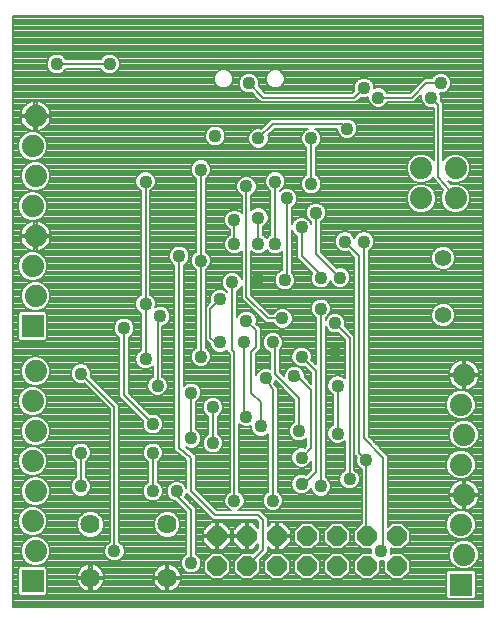
<source format=gbl>
G75*
G70*
%OFA0B0*%
%FSLAX24Y24*%
%IPPOS*%
%LPD*%
%AMOC8*
5,1,8,0,0,1.08239X$1,22.5*
%
%ADD10C,0.0560*%
%ADD11R,0.0740X0.0740*%
%ADD12C,0.0740*%
%ADD13OC8,0.0640*%
%ADD14C,0.0640*%
%ADD15C,0.0080*%
%ADD16C,0.0436*%
D10*
X014621Y010011D03*
X014621Y011911D03*
D11*
X015211Y001021D03*
X000931Y001141D03*
X000931Y009641D03*
D12*
X001031Y010641D03*
X000931Y011641D03*
X001031Y012641D03*
X000931Y013641D03*
X001031Y014641D03*
X000931Y015641D03*
X001031Y016641D03*
X001031Y008141D03*
X000931Y007141D03*
X001031Y006141D03*
X000931Y005141D03*
X001031Y004141D03*
X000931Y003141D03*
X001031Y002141D03*
X013891Y013901D03*
X013891Y014901D03*
X015031Y014901D03*
X015031Y013901D03*
X015311Y008021D03*
X015211Y007021D03*
X015311Y006021D03*
X015211Y005021D03*
X015311Y004021D03*
X015211Y003021D03*
X015311Y002021D03*
D13*
X013081Y001641D03*
X013081Y002641D03*
X012081Y002641D03*
X012081Y001641D03*
X011081Y001641D03*
X011081Y002641D03*
X010081Y002641D03*
X010081Y001641D03*
X009081Y001641D03*
X009081Y002641D03*
X008081Y002641D03*
X008081Y001641D03*
X007081Y001641D03*
X007081Y002641D03*
D14*
X005421Y003031D03*
X005421Y001251D03*
X002861Y001251D03*
X002861Y003031D03*
D15*
X000281Y000281D02*
X000281Y019977D01*
X015951Y019977D01*
X015951Y000281D01*
X000281Y000281D01*
X000281Y000298D02*
X015951Y000298D01*
X015951Y000377D02*
X000281Y000377D01*
X000281Y000455D02*
X015951Y000455D01*
X015951Y000534D02*
X015634Y000534D01*
X015631Y000531D02*
X015701Y000601D01*
X015701Y001441D01*
X015631Y001511D01*
X014791Y001511D01*
X014721Y001441D01*
X014721Y000601D01*
X014791Y000531D01*
X015631Y000531D01*
X015701Y000612D02*
X015951Y000612D01*
X015951Y000691D02*
X015701Y000691D01*
X015701Y000769D02*
X015951Y000769D01*
X015951Y000848D02*
X015701Y000848D01*
X015701Y000927D02*
X015951Y000927D01*
X015951Y001005D02*
X015701Y001005D01*
X015701Y001084D02*
X015951Y001084D01*
X015951Y001162D02*
X015701Y001162D01*
X015701Y001241D02*
X015951Y001241D01*
X015951Y001319D02*
X015701Y001319D01*
X015701Y001398D02*
X015951Y001398D01*
X015951Y001476D02*
X015666Y001476D01*
X015589Y001606D02*
X015726Y001744D01*
X015801Y001924D01*
X015801Y002119D01*
X015726Y002299D01*
X015589Y002436D01*
X015409Y002511D01*
X015214Y002511D01*
X015034Y002436D01*
X014896Y002299D01*
X014821Y002119D01*
X014821Y001924D01*
X014896Y001744D01*
X015034Y001606D01*
X015214Y001531D01*
X015409Y001531D01*
X015589Y001606D01*
X015616Y001633D02*
X015951Y001633D01*
X015951Y001555D02*
X015466Y001555D01*
X015156Y001555D02*
X013521Y001555D01*
X013521Y001633D02*
X015006Y001633D01*
X014927Y001712D02*
X013521Y001712D01*
X013521Y001791D02*
X014876Y001791D01*
X014844Y001869D02*
X013475Y001869D01*
X013521Y001823D02*
X013263Y002081D01*
X012899Y002081D01*
X012870Y002052D01*
X012879Y002074D01*
X012879Y002208D01*
X012870Y002230D01*
X012899Y002201D01*
X013263Y002201D01*
X013521Y002459D01*
X013521Y002823D01*
X013263Y003081D01*
X012899Y003081D01*
X012781Y002963D01*
X012781Y005195D01*
X012781Y005327D01*
X012141Y005967D01*
X012141Y012161D01*
X012173Y012174D01*
X012268Y012270D01*
X012319Y012394D01*
X015951Y012394D01*
X015951Y012472D02*
X012319Y012472D01*
X012319Y012528D02*
X012268Y012653D01*
X012173Y012748D01*
X012048Y012799D01*
X011914Y012799D01*
X011790Y012748D01*
X011694Y012653D01*
X011661Y012572D01*
X011628Y012653D01*
X011533Y012748D01*
X011408Y012799D01*
X011274Y012799D01*
X011150Y012748D01*
X011054Y012653D01*
X011003Y012528D01*
X011003Y012394D01*
X010541Y012394D01*
X010541Y012472D02*
X011003Y012472D01*
X011003Y012394D02*
X011054Y012270D01*
X011150Y012174D01*
X011274Y012123D01*
X011408Y012123D01*
X011440Y012136D01*
X011661Y011915D01*
X011661Y005355D01*
X011736Y005280D01*
X011723Y005248D01*
X011723Y005114D01*
X011774Y004990D01*
X011870Y004894D01*
X011901Y004881D01*
X011901Y003081D01*
X011899Y003081D01*
X011641Y002823D01*
X011641Y002459D01*
X011899Y002201D01*
X012203Y002201D01*
X012203Y002081D01*
X011899Y002081D01*
X011641Y001823D01*
X011641Y001459D01*
X011899Y001201D01*
X012263Y001201D01*
X012521Y001459D01*
X012521Y001803D01*
X012608Y001803D01*
X012641Y001817D01*
X012641Y001459D01*
X012899Y001201D01*
X013263Y001201D01*
X013521Y001459D01*
X013521Y001823D01*
X013397Y001948D02*
X014821Y001948D01*
X014821Y002026D02*
X013318Y002026D01*
X013324Y002262D02*
X014880Y002262D01*
X014848Y002183D02*
X012879Y002183D01*
X012879Y002105D02*
X014821Y002105D01*
X014937Y002340D02*
X013403Y002340D01*
X013481Y002419D02*
X015016Y002419D01*
X015114Y002531D02*
X014934Y002606D01*
X014796Y002744D01*
X014721Y002924D01*
X014721Y003119D01*
X014796Y003299D01*
X014934Y003436D01*
X015114Y003511D01*
X015309Y003511D01*
X015489Y003436D01*
X015626Y003299D01*
X015701Y003119D01*
X015701Y002924D01*
X015626Y002744D01*
X015489Y002606D01*
X015309Y002531D01*
X015114Y002531D01*
X015181Y002497D02*
X013521Y002497D01*
X013521Y002576D02*
X015005Y002576D01*
X014885Y002654D02*
X013521Y002654D01*
X013521Y002733D02*
X014806Y002733D01*
X014767Y002812D02*
X013521Y002812D01*
X013454Y002890D02*
X014735Y002890D01*
X014721Y002969D02*
X013376Y002969D01*
X013297Y003047D02*
X014721Y003047D01*
X014724Y003126D02*
X012781Y003126D01*
X012781Y003204D02*
X014757Y003204D01*
X014789Y003283D02*
X012781Y003283D01*
X012781Y003361D02*
X014858Y003361D01*
X014942Y003440D02*
X012781Y003440D01*
X012781Y003518D02*
X015224Y003518D01*
X015192Y003524D02*
X015271Y003511D01*
X015271Y003511D01*
X015271Y003981D01*
X015351Y003981D01*
X015351Y003511D01*
X015351Y003511D01*
X015431Y003524D01*
X015507Y003548D01*
X015578Y003585D01*
X015643Y003632D01*
X015700Y003689D01*
X015747Y003754D01*
X015784Y003825D01*
X015809Y003902D01*
X015821Y003981D01*
X015821Y003981D01*
X015351Y003981D01*
X015351Y004061D01*
X015821Y004061D01*
X015821Y004061D01*
X015809Y004141D01*
X015784Y004217D01*
X015747Y004288D01*
X015700Y004353D01*
X015643Y004410D01*
X015578Y004457D01*
X015507Y004494D01*
X015431Y004519D01*
X015351Y004531D01*
X015351Y004531D01*
X015351Y004061D01*
X015271Y004061D01*
X015271Y003981D01*
X014801Y003981D01*
X014814Y003902D01*
X014838Y003825D01*
X014875Y003754D01*
X014922Y003689D01*
X014979Y003632D01*
X015044Y003585D01*
X015115Y003548D01*
X015192Y003524D01*
X015271Y003518D02*
X015351Y003518D01*
X015398Y003518D02*
X015951Y003518D01*
X015951Y003440D02*
X015480Y003440D01*
X015564Y003361D02*
X015951Y003361D01*
X015951Y003283D02*
X015633Y003283D01*
X015666Y003204D02*
X015951Y003204D01*
X015951Y003126D02*
X015698Y003126D01*
X015701Y003047D02*
X015951Y003047D01*
X015951Y002969D02*
X015701Y002969D01*
X015687Y002890D02*
X015951Y002890D01*
X015951Y002812D02*
X015655Y002812D01*
X015616Y002733D02*
X015951Y002733D01*
X015951Y002654D02*
X015537Y002654D01*
X015417Y002576D02*
X015951Y002576D01*
X015951Y002497D02*
X015442Y002497D01*
X015606Y002419D02*
X015951Y002419D01*
X015951Y002340D02*
X015685Y002340D01*
X015742Y002262D02*
X015951Y002262D01*
X015951Y002183D02*
X015774Y002183D01*
X015801Y002105D02*
X015951Y002105D01*
X015951Y002026D02*
X015801Y002026D01*
X015801Y001948D02*
X015951Y001948D01*
X015951Y001869D02*
X015778Y001869D01*
X015746Y001791D02*
X015951Y001791D01*
X015951Y001712D02*
X015695Y001712D01*
X014757Y001476D02*
X013521Y001476D01*
X013460Y001398D02*
X014721Y001398D01*
X014721Y001319D02*
X013381Y001319D01*
X013303Y001241D02*
X014721Y001241D01*
X014721Y001162D02*
X005873Y001162D01*
X005870Y001143D02*
X005880Y001211D01*
X005461Y001211D01*
X005461Y000792D01*
X005529Y000802D01*
X005598Y000825D01*
X005662Y000858D01*
X005721Y000900D01*
X005772Y000951D01*
X005814Y001010D01*
X005847Y001074D01*
X005870Y001143D01*
X005850Y001084D02*
X014721Y001084D01*
X014721Y001005D02*
X005811Y001005D01*
X005747Y000927D02*
X014721Y000927D01*
X014721Y000848D02*
X005643Y000848D01*
X005461Y000848D02*
X005381Y000848D01*
X005381Y000792D02*
X005313Y000802D01*
X005244Y000825D01*
X005180Y000858D01*
X005121Y000900D01*
X005070Y000951D01*
X005028Y001010D01*
X004995Y001074D01*
X004972Y001143D01*
X004962Y001211D01*
X005381Y001211D01*
X005461Y001211D01*
X005461Y001291D01*
X005880Y001291D01*
X005870Y001359D01*
X005847Y001428D01*
X005814Y001492D01*
X005772Y001551D01*
X005721Y001602D01*
X005662Y001644D01*
X005598Y001677D01*
X005529Y001700D01*
X005461Y001710D01*
X005461Y001291D01*
X005381Y001291D01*
X005381Y001211D01*
X005381Y000792D01*
X005381Y000927D02*
X005461Y000927D01*
X005461Y001005D02*
X005381Y001005D01*
X005381Y001084D02*
X005461Y001084D01*
X005461Y001162D02*
X005381Y001162D01*
X005381Y001241D02*
X002901Y001241D01*
X002901Y001211D02*
X002901Y001291D01*
X003320Y001291D01*
X003310Y001359D01*
X003287Y001428D01*
X003254Y001492D01*
X003212Y001551D01*
X003161Y001602D01*
X003102Y001644D01*
X003038Y001677D01*
X002969Y001700D01*
X002901Y001710D01*
X002901Y001291D01*
X002821Y001291D01*
X002821Y001211D01*
X002901Y001211D01*
X002901Y000792D01*
X002969Y000802D01*
X003038Y000825D01*
X003102Y000858D01*
X003161Y000900D01*
X003212Y000951D01*
X003254Y001010D01*
X003287Y001074D01*
X003310Y001143D01*
X003320Y001211D01*
X002901Y001211D01*
X002901Y001162D02*
X002821Y001162D01*
X002821Y001211D02*
X002821Y000792D01*
X002753Y000802D01*
X002684Y000825D01*
X002620Y000858D01*
X002561Y000900D01*
X002510Y000951D01*
X002468Y001010D01*
X002435Y001074D01*
X002412Y001143D01*
X002402Y001211D01*
X002821Y001211D01*
X002821Y001241D02*
X001421Y001241D01*
X001421Y001319D02*
X002406Y001319D01*
X002402Y001291D02*
X002821Y001291D01*
X002821Y001710D01*
X002753Y001700D01*
X002684Y001677D01*
X002620Y001644D01*
X002561Y001602D01*
X002510Y001551D01*
X002468Y001492D01*
X002435Y001428D01*
X002412Y001359D01*
X002402Y001291D01*
X002425Y001398D02*
X001421Y001398D01*
X001421Y001476D02*
X002460Y001476D01*
X002514Y001555D02*
X001421Y001555D01*
X001421Y001561D02*
X001351Y001631D01*
X000511Y001631D01*
X000441Y001561D01*
X000441Y000721D01*
X000511Y000651D01*
X001351Y000651D01*
X001421Y000721D01*
X001421Y001561D01*
X001309Y001726D02*
X001446Y001864D01*
X001521Y002044D01*
X001521Y002239D01*
X001446Y002419D01*
X003461Y002419D01*
X003470Y002428D02*
X003374Y002333D01*
X003323Y002208D01*
X003323Y002074D01*
X003374Y001950D01*
X003470Y001854D01*
X003594Y001803D01*
X003728Y001803D01*
X003853Y001854D01*
X003948Y001950D01*
X003999Y002074D01*
X003999Y002208D01*
X003948Y002333D01*
X003853Y002428D01*
X003821Y002441D01*
X003821Y006875D01*
X003821Y007007D01*
X002866Y007962D01*
X002879Y007994D01*
X002879Y008128D01*
X002828Y008253D01*
X002733Y008348D01*
X002608Y008399D01*
X002474Y008399D01*
X002350Y008348D01*
X002254Y008253D01*
X002203Y008128D01*
X002203Y007994D01*
X002254Y007870D01*
X002350Y007774D01*
X002474Y007723D01*
X002608Y007723D01*
X002640Y007736D01*
X003501Y006875D01*
X003501Y002441D01*
X003470Y002428D01*
X003501Y002497D02*
X001368Y002497D01*
X001309Y002556D02*
X001129Y002631D01*
X000934Y002631D01*
X000754Y002556D01*
X000616Y002419D01*
X000281Y002419D01*
X000281Y002497D02*
X000694Y002497D01*
X000616Y002419D02*
X000541Y002239D01*
X000541Y002044D01*
X000616Y001864D01*
X000754Y001726D01*
X000934Y001651D01*
X001129Y001651D01*
X001309Y001726D01*
X001275Y001712D02*
X005883Y001712D01*
X005883Y001674D02*
X005934Y001550D01*
X006030Y001454D01*
X006154Y001403D01*
X006288Y001403D01*
X006413Y001454D01*
X006508Y001550D01*
X006559Y001674D01*
X006559Y001808D01*
X006508Y001933D01*
X006413Y002028D01*
X006381Y002041D01*
X006381Y003435D01*
X006381Y003567D01*
X006013Y003935D01*
X006028Y003950D01*
X006074Y004062D01*
X006861Y003275D01*
X006955Y003181D01*
X008395Y003181D01*
X008461Y003115D01*
X008461Y002912D01*
X008272Y003101D01*
X008121Y003101D01*
X008121Y002681D01*
X008041Y002681D01*
X008041Y002601D01*
X008121Y002601D01*
X008121Y002181D01*
X008272Y002181D01*
X008461Y002371D01*
X008461Y002247D01*
X008279Y002065D01*
X008263Y002081D01*
X007899Y002081D01*
X007641Y001823D01*
X007641Y001459D01*
X007899Y001201D01*
X008263Y001201D01*
X008521Y001459D01*
X008521Y001823D01*
X008505Y001839D01*
X008781Y002115D01*
X008781Y002247D01*
X008781Y002291D01*
X008891Y002181D01*
X009041Y002181D01*
X009041Y002601D01*
X009121Y002601D01*
X009121Y002181D01*
X009272Y002181D01*
X009541Y002451D01*
X009541Y002601D01*
X009121Y002601D01*
X009121Y002681D01*
X009041Y002681D01*
X009041Y003101D01*
X008891Y003101D01*
X008781Y002992D01*
X008781Y003247D01*
X008687Y003341D01*
X008527Y003501D01*
X008395Y003501D01*
X007772Y003501D01*
X007853Y003534D01*
X007948Y003630D01*
X007999Y003754D01*
X008603Y003754D01*
X008654Y003630D01*
X008750Y003534D01*
X008874Y003483D01*
X009008Y003483D01*
X009133Y003534D01*
X009228Y003630D01*
X009279Y003754D01*
X011901Y003754D01*
X011901Y003676D02*
X009247Y003676D01*
X009279Y003754D02*
X009279Y003888D01*
X009228Y004013D01*
X009133Y004108D01*
X009101Y004121D01*
X009101Y007481D01*
X009112Y007527D01*
X009101Y007545D01*
X009101Y007567D01*
X009068Y007600D01*
X008994Y007724D01*
X009034Y007822D01*
X009661Y007195D01*
X009661Y006441D01*
X009630Y006428D01*
X009534Y006333D01*
X009483Y006208D01*
X009483Y006074D01*
X009534Y005950D01*
X009630Y005854D01*
X009754Y005803D01*
X009888Y005803D01*
X010013Y005854D01*
X010061Y005903D01*
X010061Y005647D01*
X010000Y005586D01*
X009968Y005599D01*
X009834Y005599D01*
X009710Y005548D01*
X009614Y005453D01*
X009563Y005328D01*
X009563Y005194D01*
X009614Y005070D01*
X009710Y004974D01*
X009834Y004923D01*
X009968Y004923D01*
X010093Y004974D01*
X010188Y005070D01*
X010221Y005150D01*
X010221Y004847D01*
X010056Y004683D01*
X009968Y004719D01*
X009834Y004719D01*
X009710Y004668D01*
X009614Y004573D01*
X009563Y004448D01*
X009563Y004314D01*
X009614Y004190D01*
X009710Y004094D01*
X009834Y004043D01*
X009968Y004043D01*
X010093Y004094D01*
X010188Y004190D01*
X010205Y004230D01*
X010254Y004110D01*
X010350Y004014D01*
X010474Y003963D01*
X010608Y003963D01*
X010733Y004014D01*
X010828Y004110D01*
X010879Y004234D01*
X010879Y004368D01*
X010828Y004493D01*
X010733Y004588D01*
X010701Y004601D01*
X010701Y009630D01*
X010734Y009550D01*
X010830Y009454D01*
X010954Y009403D01*
X011088Y009403D01*
X011120Y009416D01*
X011341Y009195D01*
X011341Y007899D01*
X011293Y007948D01*
X011168Y007999D01*
X011034Y007999D01*
X010910Y007948D01*
X010814Y007853D01*
X010763Y007728D01*
X010763Y007594D01*
X010814Y007470D01*
X010910Y007374D01*
X010941Y007361D01*
X010941Y006361D01*
X010910Y006348D01*
X010814Y006253D01*
X010763Y006128D01*
X010763Y005994D01*
X010814Y005870D01*
X010910Y005774D01*
X011034Y005723D01*
X011168Y005723D01*
X011293Y005774D01*
X011341Y005823D01*
X011341Y004841D01*
X011310Y004828D01*
X011214Y004733D01*
X011163Y004608D01*
X011163Y004474D01*
X011214Y004350D01*
X011310Y004254D01*
X011434Y004203D01*
X011568Y004203D01*
X011693Y004254D01*
X011788Y004350D01*
X011839Y004474D01*
X011839Y004608D01*
X011788Y004733D01*
X011693Y004828D01*
X011661Y004841D01*
X011661Y009195D01*
X011661Y009327D01*
X011346Y009642D01*
X011359Y009674D01*
X011359Y009808D01*
X011308Y009933D01*
X011213Y010028D01*
X011088Y010079D01*
X010954Y010079D01*
X010830Y010028D01*
X010734Y009933D01*
X010701Y009852D01*
X010701Y009921D01*
X010733Y009934D01*
X010828Y010030D01*
X010879Y010154D01*
X010879Y010288D01*
X010828Y010413D01*
X010733Y010508D01*
X010608Y010559D01*
X010474Y010559D01*
X010350Y010508D01*
X010254Y010413D01*
X010203Y010288D01*
X010203Y010154D01*
X010254Y010030D01*
X010350Y009934D01*
X010381Y009921D01*
X010381Y008367D01*
X010226Y008522D01*
X010239Y008554D01*
X010239Y008688D01*
X010188Y008813D01*
X010093Y008908D01*
X009968Y008959D01*
X009834Y008959D01*
X009710Y008908D01*
X009614Y008813D01*
X009563Y008688D01*
X009563Y008554D01*
X009614Y008430D01*
X009710Y008334D01*
X009834Y008283D01*
X009968Y008283D01*
X010000Y008296D01*
X010221Y008075D01*
X010221Y007727D01*
X009999Y007949D01*
X009999Y008048D01*
X009948Y008173D01*
X009853Y008268D01*
X009728Y008319D01*
X009594Y008319D01*
X009470Y008268D01*
X009374Y008173D01*
X009323Y008048D01*
X009323Y007985D01*
X009181Y008127D01*
X009181Y008863D01*
X009228Y008910D01*
X009279Y009034D01*
X009279Y009168D01*
X009228Y009293D01*
X009133Y009388D01*
X009008Y009439D01*
X008874Y009439D01*
X008750Y009388D01*
X008654Y009293D01*
X008603Y009168D01*
X008603Y009034D01*
X008654Y008910D01*
X008750Y008814D01*
X008861Y008768D01*
X008861Y008201D01*
X008768Y008239D01*
X008634Y008239D01*
X008510Y008188D01*
X008414Y008093D01*
X008381Y008012D01*
X008381Y008715D01*
X008447Y008781D01*
X008831Y008781D01*
X008861Y008702D02*
X008381Y008702D01*
X008381Y008624D02*
X008861Y008624D01*
X008861Y008545D02*
X008381Y008545D01*
X008381Y008467D02*
X008861Y008467D01*
X008861Y008388D02*
X008381Y008388D01*
X008381Y008310D02*
X008861Y008310D01*
X008861Y008231D02*
X008788Y008231D01*
X008614Y008231D02*
X008381Y008231D01*
X008381Y008153D02*
X008474Y008153D01*
X008407Y008074D02*
X008381Y008074D01*
X008701Y007901D02*
X008941Y007501D01*
X008941Y003821D01*
X008710Y004068D02*
X007892Y004068D01*
X007853Y004108D02*
X007948Y004013D01*
X007999Y003888D01*
X007999Y003754D01*
X007999Y003833D02*
X008603Y003833D01*
X008603Y003888D02*
X008603Y003754D01*
X008635Y003676D02*
X007967Y003676D01*
X007915Y003597D02*
X008687Y003597D01*
X008788Y003518D02*
X007814Y003518D01*
X007550Y003501D02*
X007087Y003501D01*
X006381Y004207D01*
X006381Y005205D01*
X006387Y005213D01*
X006381Y005270D01*
X006381Y005327D01*
X006374Y005335D01*
X006373Y005345D01*
X006328Y005380D01*
X006287Y005421D01*
X006277Y005421D01*
X006042Y005609D01*
X006154Y005563D01*
X006288Y005563D01*
X006413Y005614D01*
X006508Y005710D01*
X006559Y005834D01*
X006559Y005968D01*
X006508Y006093D01*
X006413Y006188D01*
X006381Y006201D01*
X006381Y007121D01*
X006413Y007134D01*
X006508Y007230D01*
X006559Y007354D01*
X006559Y007488D01*
X006508Y007613D01*
X006413Y007708D01*
X006288Y007759D01*
X006154Y007759D01*
X006030Y007708D01*
X005981Y007659D01*
X005981Y011681D01*
X006013Y011694D01*
X006108Y011790D01*
X006159Y011914D01*
X006159Y012048D01*
X006108Y012173D01*
X006013Y012268D01*
X005888Y012319D01*
X005754Y012319D01*
X005630Y012268D01*
X005534Y012173D01*
X005483Y012048D01*
X005483Y011914D01*
X005534Y011790D01*
X005630Y011694D01*
X005661Y011681D01*
X005661Y005637D01*
X005655Y005629D01*
X005661Y005572D01*
X005661Y005515D01*
X005668Y005508D01*
X005669Y005498D01*
X005714Y005462D01*
X005755Y005421D01*
X005765Y005421D01*
X006061Y005184D01*
X006061Y004252D01*
X006028Y004333D01*
X005933Y004428D01*
X005808Y004479D01*
X005674Y004479D01*
X005550Y004428D01*
X005454Y004333D01*
X005403Y004208D01*
X005403Y004074D01*
X005454Y003950D01*
X005550Y003854D01*
X005674Y003803D01*
X005693Y003803D01*
X006061Y003435D01*
X006061Y002041D01*
X006030Y002028D01*
X005934Y001933D01*
X005883Y001808D01*
X005883Y001674D01*
X005900Y001633D02*
X005677Y001633D01*
X005768Y001555D02*
X005932Y001555D01*
X006008Y001476D02*
X005823Y001476D01*
X005857Y001398D02*
X006702Y001398D01*
X006641Y001459D02*
X006899Y001201D01*
X007263Y001201D01*
X007521Y001459D01*
X007521Y001823D01*
X007263Y002081D01*
X006899Y002081D01*
X006641Y001823D01*
X006641Y001459D01*
X006641Y001476D02*
X006434Y001476D01*
X006510Y001555D02*
X006641Y001555D01*
X006641Y001633D02*
X006542Y001633D01*
X006559Y001712D02*
X006641Y001712D01*
X006641Y001791D02*
X006559Y001791D01*
X006534Y001869D02*
X006687Y001869D01*
X006765Y001948D02*
X006493Y001948D01*
X006414Y002026D02*
X006844Y002026D01*
X006891Y002181D02*
X007041Y002181D01*
X007041Y002601D01*
X007121Y002601D01*
X007121Y002181D01*
X007272Y002181D01*
X007541Y002451D01*
X007541Y002601D01*
X007121Y002601D01*
X007121Y002681D01*
X007541Y002681D01*
X007541Y002832D01*
X007272Y003101D01*
X007121Y003101D01*
X007121Y002681D01*
X007041Y002681D01*
X007041Y002601D01*
X006621Y002601D01*
X006621Y002451D01*
X006891Y002181D01*
X006888Y002183D02*
X006381Y002183D01*
X006381Y002105D02*
X008318Y002105D01*
X008274Y002183D02*
X008397Y002183D01*
X008352Y002262D02*
X008461Y002262D01*
X008461Y002340D02*
X008431Y002340D01*
X008621Y002181D02*
X008081Y001641D01*
X007844Y002026D02*
X007318Y002026D01*
X007397Y001948D02*
X007765Y001948D01*
X007687Y001869D02*
X007475Y001869D01*
X007521Y001791D02*
X007641Y001791D01*
X007641Y001712D02*
X007521Y001712D01*
X007521Y001633D02*
X007641Y001633D01*
X007641Y001555D02*
X007521Y001555D01*
X007521Y001476D02*
X007641Y001476D01*
X007702Y001398D02*
X007460Y001398D01*
X007381Y001319D02*
X007781Y001319D01*
X007859Y001241D02*
X007303Y001241D01*
X006859Y001241D02*
X005461Y001241D01*
X005461Y001319D02*
X005381Y001319D01*
X005381Y001291D02*
X005381Y001710D01*
X005313Y001700D01*
X005244Y001677D01*
X005180Y001644D01*
X005121Y001602D01*
X005070Y001551D01*
X005028Y001492D01*
X004995Y001428D01*
X004972Y001359D01*
X004962Y001291D01*
X005381Y001291D01*
X005381Y001398D02*
X005461Y001398D01*
X005461Y001476D02*
X005381Y001476D01*
X005381Y001555D02*
X005461Y001555D01*
X005461Y001633D02*
X005381Y001633D01*
X005165Y001633D02*
X003117Y001633D01*
X003208Y001555D02*
X005074Y001555D01*
X005020Y001476D02*
X003263Y001476D01*
X003297Y001398D02*
X004985Y001398D01*
X004966Y001319D02*
X003316Y001319D01*
X003313Y001162D02*
X004969Y001162D01*
X004992Y001084D02*
X003290Y001084D01*
X003251Y001005D02*
X005031Y001005D01*
X005095Y000927D02*
X003187Y000927D01*
X003083Y000848D02*
X005199Y000848D01*
X005876Y001319D02*
X006781Y001319D01*
X006221Y001741D02*
X006221Y003501D01*
X005741Y003981D01*
X005741Y004141D01*
X005978Y004382D02*
X006061Y004382D01*
X006061Y004304D02*
X006040Y004304D01*
X006061Y004461D02*
X005852Y004461D01*
X005630Y004461D02*
X005101Y004461D01*
X005101Y004441D02*
X005101Y005121D01*
X005133Y005134D01*
X005228Y005230D01*
X005279Y005354D01*
X005279Y005488D01*
X005228Y005613D01*
X005133Y005708D01*
X005008Y005759D01*
X004874Y005759D01*
X004750Y005708D01*
X004654Y005613D01*
X004603Y005488D01*
X004603Y005354D01*
X004654Y005230D01*
X004750Y005134D01*
X004781Y005121D01*
X004781Y004441D01*
X004750Y004428D01*
X004654Y004333D01*
X004603Y004208D01*
X004603Y004074D01*
X004654Y003950D01*
X004750Y003854D01*
X004874Y003803D01*
X005008Y003803D01*
X005133Y003854D01*
X005228Y003950D01*
X005279Y004074D01*
X005279Y004208D01*
X005228Y004333D01*
X005133Y004428D01*
X005101Y004441D01*
X005178Y004382D02*
X005504Y004382D01*
X005443Y004304D02*
X005240Y004304D01*
X005272Y004225D02*
X005410Y004225D01*
X005403Y004147D02*
X005279Y004147D01*
X005277Y004068D02*
X005405Y004068D01*
X005438Y003990D02*
X005244Y003990D01*
X005189Y003911D02*
X005493Y003911D01*
X005602Y003833D02*
X005080Y003833D01*
X005172Y003404D02*
X005334Y003471D01*
X005509Y003471D01*
X005670Y003404D01*
X005794Y003280D01*
X005861Y003119D01*
X005861Y002944D01*
X005794Y002782D01*
X005670Y002658D01*
X005509Y002591D01*
X005334Y002591D01*
X005172Y002658D01*
X005048Y002782D01*
X004981Y002944D01*
X004981Y003119D01*
X005048Y003280D01*
X005172Y003404D01*
X005129Y003361D02*
X003821Y003361D01*
X003821Y003283D02*
X005051Y003283D01*
X005017Y003204D02*
X003821Y003204D01*
X003821Y003126D02*
X004984Y003126D01*
X004981Y003047D02*
X003821Y003047D01*
X003821Y002969D02*
X004981Y002969D01*
X005003Y002890D02*
X003821Y002890D01*
X003821Y002812D02*
X005036Y002812D01*
X005097Y002733D02*
X003821Y002733D01*
X003821Y002654D02*
X005180Y002654D01*
X005662Y002654D02*
X006061Y002654D01*
X006061Y002576D02*
X003821Y002576D01*
X003821Y002497D02*
X006061Y002497D01*
X006061Y002419D02*
X003861Y002419D01*
X003940Y002340D02*
X006061Y002340D01*
X006061Y002262D02*
X003977Y002262D01*
X003999Y002183D02*
X006061Y002183D01*
X006061Y002105D02*
X003999Y002105D01*
X003979Y002026D02*
X006028Y002026D01*
X005949Y001948D02*
X003946Y001948D01*
X003867Y001869D02*
X005908Y001869D01*
X005883Y001791D02*
X001373Y001791D01*
X001449Y001869D02*
X003455Y001869D01*
X003376Y001948D02*
X001481Y001948D01*
X001514Y002026D02*
X003343Y002026D01*
X003323Y002105D02*
X001521Y002105D01*
X001521Y002183D02*
X003323Y002183D01*
X003345Y002262D02*
X001511Y002262D01*
X001479Y002340D02*
X003382Y002340D01*
X003501Y002576D02*
X001262Y002576D01*
X001309Y002556D02*
X001446Y002419D01*
X001209Y002726D02*
X001029Y002651D01*
X000834Y002651D01*
X000654Y002726D01*
X000516Y002864D01*
X000441Y003044D01*
X000441Y003239D01*
X000516Y003419D01*
X000654Y003556D01*
X000834Y003631D01*
X001029Y003631D01*
X001209Y003556D01*
X001346Y003419D01*
X001421Y003239D01*
X001421Y003044D01*
X001346Y002864D01*
X001209Y002726D01*
X001216Y002733D02*
X002537Y002733D01*
X002488Y002782D02*
X002612Y002658D01*
X002774Y002591D01*
X002949Y002591D01*
X003110Y002658D01*
X003234Y002782D01*
X003301Y002944D01*
X003301Y003119D01*
X003234Y003280D01*
X003110Y003404D01*
X002949Y003471D01*
X002774Y003471D01*
X002612Y003404D01*
X002488Y003280D01*
X002421Y003119D01*
X002421Y002944D01*
X002488Y002782D01*
X002476Y002812D02*
X001295Y002812D01*
X001357Y002890D02*
X002443Y002890D01*
X002421Y002969D02*
X001390Y002969D01*
X001421Y003047D02*
X002421Y003047D01*
X002424Y003126D02*
X001421Y003126D01*
X001421Y003204D02*
X002457Y003204D01*
X002491Y003283D02*
X001403Y003283D01*
X001370Y003361D02*
X002569Y003361D01*
X002698Y003440D02*
X001325Y003440D01*
X001247Y003518D02*
X003501Y003518D01*
X003501Y003440D02*
X003024Y003440D01*
X003153Y003361D02*
X003501Y003361D01*
X003501Y003283D02*
X003232Y003283D01*
X003266Y003204D02*
X003501Y003204D01*
X003501Y003126D02*
X003298Y003126D01*
X003301Y003047D02*
X003501Y003047D01*
X003501Y002969D02*
X003301Y002969D01*
X003279Y002890D02*
X003501Y002890D01*
X003501Y002812D02*
X003246Y002812D01*
X003185Y002733D02*
X003501Y002733D01*
X003501Y002654D02*
X003102Y002654D01*
X002620Y002654D02*
X001037Y002654D01*
X000825Y002654D02*
X000281Y002654D01*
X000281Y002576D02*
X000801Y002576D01*
X000646Y002733D02*
X000281Y002733D01*
X000281Y002812D02*
X000568Y002812D01*
X000505Y002890D02*
X000281Y002890D01*
X000281Y002969D02*
X000472Y002969D01*
X000441Y003047D02*
X000281Y003047D01*
X000281Y003126D02*
X000441Y003126D01*
X000441Y003204D02*
X000281Y003204D01*
X000281Y003283D02*
X000459Y003283D01*
X000492Y003361D02*
X000281Y003361D01*
X000281Y003440D02*
X000537Y003440D01*
X000616Y003518D02*
X000281Y003518D01*
X000281Y003597D02*
X000751Y003597D01*
X000754Y003726D02*
X000616Y003864D01*
X000541Y004044D01*
X000541Y004239D01*
X000616Y004419D01*
X000754Y004556D01*
X000934Y004631D01*
X001129Y004631D01*
X001309Y004556D01*
X001446Y004419D01*
X001521Y004239D01*
X001521Y004044D01*
X001446Y003864D01*
X001309Y003726D01*
X001129Y003651D01*
X000934Y003651D01*
X000754Y003726D01*
X000725Y003754D02*
X000281Y003754D01*
X000281Y003676D02*
X000875Y003676D01*
X001111Y003597D02*
X003501Y003597D01*
X003501Y003676D02*
X001188Y003676D01*
X001337Y003754D02*
X003501Y003754D01*
X003501Y003833D02*
X001416Y003833D01*
X001466Y003911D02*
X003501Y003911D01*
X003501Y003990D02*
X002673Y003990D01*
X002733Y004014D02*
X002828Y004110D01*
X002879Y004234D01*
X002879Y004368D01*
X002828Y004493D01*
X002733Y004588D01*
X002701Y004601D01*
X002701Y005121D01*
X002733Y005134D01*
X002828Y005230D01*
X002879Y005354D01*
X002879Y005488D01*
X002828Y005613D01*
X002733Y005708D01*
X002608Y005759D01*
X002474Y005759D01*
X002350Y005708D01*
X002254Y005613D01*
X002203Y005488D01*
X002203Y005354D01*
X002254Y005230D01*
X002350Y005134D01*
X002381Y005121D01*
X002381Y004601D01*
X002350Y004588D01*
X002254Y004493D01*
X002203Y004368D01*
X002203Y004234D01*
X002254Y004110D01*
X002350Y004014D01*
X002474Y003963D01*
X002608Y003963D01*
X002733Y004014D01*
X002786Y004068D02*
X003501Y004068D01*
X003501Y004147D02*
X002843Y004147D01*
X002876Y004225D02*
X003501Y004225D01*
X003501Y004304D02*
X002879Y004304D01*
X002873Y004382D02*
X003501Y004382D01*
X003501Y004461D02*
X002841Y004461D01*
X002781Y004540D02*
X003501Y004540D01*
X003501Y004618D02*
X002701Y004618D01*
X002701Y004697D02*
X003501Y004697D01*
X003501Y004775D02*
X002701Y004775D01*
X002701Y004854D02*
X003501Y004854D01*
X003501Y004932D02*
X002701Y004932D01*
X002701Y005011D02*
X003501Y005011D01*
X003501Y005089D02*
X002701Y005089D01*
X002766Y005168D02*
X003501Y005168D01*
X003501Y005246D02*
X002835Y005246D01*
X002867Y005325D02*
X003501Y005325D01*
X003501Y005404D02*
X002879Y005404D01*
X002879Y005482D02*
X003501Y005482D01*
X003501Y005561D02*
X002849Y005561D01*
X002801Y005639D02*
X003501Y005639D01*
X003501Y005718D02*
X002709Y005718D01*
X002374Y005718D02*
X001289Y005718D01*
X001309Y005726D02*
X001129Y005651D01*
X000934Y005651D01*
X000754Y005726D01*
X000616Y005864D01*
X000541Y006044D01*
X000541Y006239D01*
X000616Y006419D01*
X000754Y006556D01*
X000934Y006631D01*
X001129Y006631D01*
X001309Y006556D01*
X001446Y006419D01*
X001521Y006239D01*
X001521Y006044D01*
X001446Y005864D01*
X001309Y005726D01*
X001379Y005796D02*
X003501Y005796D01*
X003501Y005875D02*
X001451Y005875D01*
X001484Y005953D02*
X003501Y005953D01*
X003501Y006032D02*
X001516Y006032D01*
X001521Y006110D02*
X003501Y006110D01*
X003501Y006189D02*
X001521Y006189D01*
X001509Y006267D02*
X003501Y006267D01*
X003501Y006346D02*
X001477Y006346D01*
X001441Y006425D02*
X003501Y006425D01*
X003501Y006503D02*
X001362Y006503D01*
X001248Y006582D02*
X003501Y006582D01*
X003501Y006660D02*
X001050Y006660D01*
X001029Y006651D02*
X001209Y006726D01*
X001346Y006864D01*
X001421Y007044D01*
X001421Y007239D01*
X001346Y007419D01*
X001209Y007556D01*
X001029Y007631D01*
X000834Y007631D01*
X000654Y007556D01*
X000516Y007419D01*
X000441Y007239D01*
X000441Y007044D01*
X000516Y006864D01*
X000654Y006726D01*
X000834Y006651D01*
X001029Y006651D01*
X001222Y006739D02*
X003501Y006739D01*
X003501Y006817D02*
X001300Y006817D01*
X001360Y006896D02*
X003480Y006896D01*
X003402Y006974D02*
X001392Y006974D01*
X001421Y007053D02*
X003323Y007053D01*
X003244Y007131D02*
X001421Y007131D01*
X001421Y007210D02*
X003166Y007210D01*
X003087Y007289D02*
X001400Y007289D01*
X001368Y007367D02*
X003009Y007367D01*
X002930Y007446D02*
X001319Y007446D01*
X001241Y007524D02*
X002852Y007524D01*
X002773Y007603D02*
X001097Y007603D01*
X001129Y007651D02*
X001309Y007726D01*
X001446Y007864D01*
X001521Y008044D01*
X001521Y008239D01*
X001446Y008419D01*
X001309Y008556D01*
X001129Y008631D01*
X000934Y008631D01*
X000754Y008556D01*
X000616Y008419D01*
X000541Y008239D01*
X000541Y008044D01*
X000616Y007864D01*
X000754Y007726D01*
X000934Y007651D01*
X001129Y007651D01*
X001201Y007681D02*
X002695Y007681D01*
X002912Y007917D02*
X003821Y007917D01*
X003821Y007995D02*
X002879Y007995D01*
X002879Y008074D02*
X003821Y008074D01*
X003821Y008153D02*
X002869Y008153D01*
X002837Y008231D02*
X003821Y008231D01*
X003821Y008310D02*
X002771Y008310D01*
X002635Y008388D02*
X003821Y008388D01*
X003821Y008467D02*
X001398Y008467D01*
X001459Y008388D02*
X002447Y008388D01*
X002311Y008310D02*
X001492Y008310D01*
X001521Y008231D02*
X002246Y008231D01*
X002213Y008153D02*
X001521Y008153D01*
X001521Y008074D02*
X002203Y008074D01*
X002203Y007995D02*
X001501Y007995D01*
X001469Y007917D02*
X002235Y007917D01*
X002286Y007838D02*
X001421Y007838D01*
X001343Y007760D02*
X002385Y007760D01*
X002541Y008061D02*
X003661Y006941D01*
X003661Y002141D01*
X002901Y001633D02*
X002821Y001633D01*
X002821Y001555D02*
X002901Y001555D01*
X002901Y001476D02*
X002821Y001476D01*
X002821Y001398D02*
X002901Y001398D01*
X002901Y001319D02*
X002821Y001319D01*
X002821Y001084D02*
X002901Y001084D01*
X002901Y001005D02*
X002821Y001005D01*
X002821Y000927D02*
X002901Y000927D01*
X002901Y000848D02*
X002821Y000848D01*
X002639Y000848D02*
X001421Y000848D01*
X001421Y000927D02*
X002535Y000927D01*
X002471Y001005D02*
X001421Y001005D01*
X001421Y001084D02*
X002432Y001084D01*
X002409Y001162D02*
X001421Y001162D01*
X001421Y000769D02*
X014721Y000769D01*
X014721Y000691D02*
X001391Y000691D01*
X000787Y001712D02*
X000281Y001712D01*
X000281Y001791D02*
X000689Y001791D01*
X000613Y001869D02*
X000281Y001869D01*
X000281Y001948D02*
X000581Y001948D01*
X000548Y002026D02*
X000281Y002026D01*
X000281Y002105D02*
X000541Y002105D01*
X000541Y002183D02*
X000281Y002183D01*
X000281Y002262D02*
X000551Y002262D01*
X000583Y002340D02*
X000281Y002340D01*
X000281Y001633D02*
X002605Y001633D01*
X003821Y003440D02*
X005258Y003440D01*
X005584Y003440D02*
X006056Y003440D01*
X006061Y003361D02*
X005713Y003361D01*
X005792Y003283D02*
X006061Y003283D01*
X006061Y003204D02*
X005826Y003204D01*
X005858Y003126D02*
X006061Y003126D01*
X006061Y003047D02*
X005861Y003047D01*
X005861Y002969D02*
X006061Y002969D01*
X006061Y002890D02*
X005839Y002890D01*
X005806Y002812D02*
X006061Y002812D01*
X006061Y002733D02*
X005745Y002733D01*
X006381Y002733D02*
X006621Y002733D01*
X006621Y002681D02*
X007041Y002681D01*
X007041Y003101D01*
X006891Y003101D01*
X006621Y002832D01*
X006621Y002681D01*
X006621Y002576D02*
X006381Y002576D01*
X006381Y002654D02*
X007041Y002654D01*
X007041Y002576D02*
X007121Y002576D01*
X007121Y002654D02*
X008041Y002654D01*
X008041Y002681D02*
X007621Y002681D01*
X007621Y002832D01*
X007891Y003101D01*
X008041Y003101D01*
X008041Y002681D01*
X008041Y002733D02*
X008121Y002733D01*
X008121Y002812D02*
X008041Y002812D01*
X008041Y002890D02*
X008121Y002890D01*
X008121Y002969D02*
X008041Y002969D01*
X008041Y003047D02*
X008121Y003047D01*
X007837Y003047D02*
X007325Y003047D01*
X007404Y002969D02*
X007758Y002969D01*
X007680Y002890D02*
X007483Y002890D01*
X007541Y002812D02*
X007621Y002812D01*
X007621Y002733D02*
X007541Y002733D01*
X007621Y002601D02*
X007621Y002451D01*
X007891Y002181D01*
X008041Y002181D01*
X008041Y002601D01*
X007621Y002601D01*
X007621Y002576D02*
X007541Y002576D01*
X007541Y002497D02*
X007621Y002497D01*
X007653Y002419D02*
X007509Y002419D01*
X007431Y002340D02*
X007731Y002340D01*
X007810Y002262D02*
X007352Y002262D01*
X007274Y002183D02*
X007888Y002183D01*
X008041Y002183D02*
X008121Y002183D01*
X008121Y002262D02*
X008041Y002262D01*
X008041Y002340D02*
X008121Y002340D01*
X008121Y002419D02*
X008041Y002419D01*
X008041Y002497D02*
X008121Y002497D01*
X008121Y002576D02*
X008041Y002576D01*
X008404Y002969D02*
X008461Y002969D01*
X008461Y003047D02*
X008325Y003047D01*
X008450Y003126D02*
X006381Y003126D01*
X006381Y003204D02*
X006932Y003204D01*
X006853Y003283D02*
X006381Y003283D01*
X006381Y003361D02*
X006775Y003361D01*
X006696Y003440D02*
X006381Y003440D01*
X006381Y003518D02*
X006617Y003518D01*
X006539Y003597D02*
X006351Y003597D01*
X006273Y003676D02*
X006460Y003676D01*
X006382Y003754D02*
X006194Y003754D01*
X006116Y003833D02*
X006303Y003833D01*
X006225Y003911D02*
X006037Y003911D01*
X006044Y003990D02*
X006146Y003990D01*
X006221Y004141D02*
X007021Y003341D01*
X008461Y003341D01*
X008621Y003181D01*
X008621Y002181D01*
X008781Y002183D02*
X008888Y002183D01*
X008899Y002081D02*
X008641Y001823D01*
X008641Y001459D01*
X008899Y001201D01*
X009263Y001201D01*
X009521Y001459D01*
X009521Y001823D01*
X009263Y002081D01*
X008899Y002081D01*
X008844Y002026D02*
X008692Y002026D01*
X008765Y001948D02*
X008614Y001948D01*
X008687Y001869D02*
X008535Y001869D01*
X008521Y001791D02*
X008641Y001791D01*
X008641Y001712D02*
X008521Y001712D01*
X008521Y001633D02*
X008641Y001633D01*
X008641Y001555D02*
X008521Y001555D01*
X008521Y001476D02*
X008641Y001476D01*
X008702Y001398D02*
X008460Y001398D01*
X008381Y001319D02*
X008781Y001319D01*
X008859Y001241D02*
X008303Y001241D01*
X008771Y002105D02*
X012203Y002105D01*
X012203Y002183D02*
X009274Y002183D01*
X009352Y002262D02*
X009838Y002262D01*
X009899Y002201D02*
X009641Y002459D01*
X009641Y002823D01*
X009899Y003081D01*
X010263Y003081D01*
X010521Y002823D01*
X010521Y002459D01*
X010263Y002201D01*
X009899Y002201D01*
X009899Y002081D02*
X009641Y001823D01*
X009641Y001459D01*
X009899Y001201D01*
X010263Y001201D01*
X010521Y001459D01*
X010521Y001823D01*
X010263Y002081D01*
X009899Y002081D01*
X009844Y002026D02*
X009318Y002026D01*
X009397Y001948D02*
X009765Y001948D01*
X009687Y001869D02*
X009475Y001869D01*
X009521Y001791D02*
X009641Y001791D01*
X009641Y001712D02*
X009521Y001712D01*
X009521Y001633D02*
X009641Y001633D01*
X009641Y001555D02*
X009521Y001555D01*
X009521Y001476D02*
X009641Y001476D01*
X009702Y001398D02*
X009460Y001398D01*
X009381Y001319D02*
X009781Y001319D01*
X009859Y001241D02*
X009303Y001241D01*
X009121Y002183D02*
X009041Y002183D01*
X009041Y002262D02*
X009121Y002262D01*
X009121Y002340D02*
X009041Y002340D01*
X009041Y002419D02*
X009121Y002419D01*
X009121Y002497D02*
X009041Y002497D01*
X009041Y002576D02*
X009121Y002576D01*
X009121Y002654D02*
X009641Y002654D01*
X009641Y002576D02*
X009541Y002576D01*
X009541Y002497D02*
X009641Y002497D01*
X009681Y002419D02*
X009509Y002419D01*
X009431Y002340D02*
X009760Y002340D01*
X009541Y002681D02*
X009541Y002832D01*
X009272Y003101D01*
X009121Y003101D01*
X009121Y002681D01*
X009541Y002681D01*
X009541Y002733D02*
X009641Y002733D01*
X009641Y002812D02*
X009541Y002812D01*
X009483Y002890D02*
X009708Y002890D01*
X009786Y002969D02*
X009404Y002969D01*
X009325Y003047D02*
X009865Y003047D01*
X010297Y003047D02*
X010865Y003047D01*
X010899Y003081D02*
X010641Y002823D01*
X010641Y002459D01*
X010899Y002201D01*
X011263Y002201D01*
X011521Y002459D01*
X011521Y002823D01*
X011263Y003081D01*
X010899Y003081D01*
X010786Y002969D02*
X010376Y002969D01*
X010454Y002890D02*
X010708Y002890D01*
X010641Y002812D02*
X010521Y002812D01*
X010521Y002733D02*
X010641Y002733D01*
X010641Y002654D02*
X010521Y002654D01*
X010521Y002576D02*
X010641Y002576D01*
X010641Y002497D02*
X010521Y002497D01*
X010481Y002419D02*
X010681Y002419D01*
X010760Y002340D02*
X010403Y002340D01*
X010324Y002262D02*
X010838Y002262D01*
X010899Y002081D02*
X010641Y001823D01*
X010641Y001459D01*
X010899Y001201D01*
X011263Y001201D01*
X011521Y001459D01*
X011521Y001823D01*
X011263Y002081D01*
X010899Y002081D01*
X010844Y002026D02*
X010318Y002026D01*
X010397Y001948D02*
X010765Y001948D01*
X010687Y001869D02*
X010475Y001869D01*
X010521Y001791D02*
X010641Y001791D01*
X010641Y001712D02*
X010521Y001712D01*
X010521Y001633D02*
X010641Y001633D01*
X010641Y001555D02*
X010521Y001555D01*
X010521Y001476D02*
X010641Y001476D01*
X010702Y001398D02*
X010460Y001398D01*
X010381Y001319D02*
X010781Y001319D01*
X010859Y001241D02*
X010303Y001241D01*
X011303Y001241D02*
X011859Y001241D01*
X011781Y001319D02*
X011381Y001319D01*
X011460Y001398D02*
X011702Y001398D01*
X011641Y001476D02*
X011521Y001476D01*
X011521Y001555D02*
X011641Y001555D01*
X011641Y001633D02*
X011521Y001633D01*
X011521Y001712D02*
X011641Y001712D01*
X011641Y001791D02*
X011521Y001791D01*
X011475Y001869D02*
X011687Y001869D01*
X011765Y001948D02*
X011397Y001948D01*
X011318Y002026D02*
X011844Y002026D01*
X011838Y002262D02*
X011324Y002262D01*
X011403Y002340D02*
X011760Y002340D01*
X011681Y002419D02*
X011481Y002419D01*
X011521Y002497D02*
X011641Y002497D01*
X011641Y002576D02*
X011521Y002576D01*
X011521Y002654D02*
X011641Y002654D01*
X011641Y002733D02*
X011521Y002733D01*
X011521Y002812D02*
X011641Y002812D01*
X011708Y002890D02*
X011454Y002890D01*
X011376Y002969D02*
X011786Y002969D01*
X011865Y003047D02*
X011297Y003047D01*
X011901Y003126D02*
X008781Y003126D01*
X008781Y003204D02*
X011901Y003204D01*
X011901Y003283D02*
X008746Y003283D01*
X008667Y003361D02*
X011901Y003361D01*
X011901Y003440D02*
X008589Y003440D01*
X008781Y003047D02*
X008837Y003047D01*
X009041Y003047D02*
X009121Y003047D01*
X009121Y002969D02*
X009041Y002969D01*
X009041Y002890D02*
X009121Y002890D01*
X009121Y002812D02*
X009041Y002812D01*
X009041Y002733D02*
X009121Y002733D01*
X008810Y002262D02*
X008781Y002262D01*
X009094Y003518D02*
X011901Y003518D01*
X011901Y003597D02*
X009195Y003597D01*
X009279Y003833D02*
X011901Y003833D01*
X011901Y003911D02*
X009270Y003911D01*
X009237Y003990D02*
X010409Y003990D01*
X010296Y004068D02*
X010029Y004068D01*
X010145Y004147D02*
X010239Y004147D01*
X010206Y004225D02*
X010203Y004225D01*
X010061Y004461D02*
X010381Y004781D01*
X010381Y008141D01*
X009901Y008621D01*
X009656Y008388D02*
X009181Y008388D01*
X009181Y008310D02*
X009571Y008310D01*
X009433Y008231D02*
X009181Y008231D01*
X009181Y008153D02*
X009366Y008153D01*
X009334Y008074D02*
X009234Y008074D01*
X009313Y007995D02*
X009323Y007995D01*
X009021Y008061D02*
X009821Y007261D01*
X009821Y006141D01*
X009626Y006425D02*
X009101Y006425D01*
X009101Y006503D02*
X009661Y006503D01*
X009661Y006582D02*
X009101Y006582D01*
X009101Y006660D02*
X009661Y006660D01*
X009661Y006739D02*
X009101Y006739D01*
X009101Y006817D02*
X009661Y006817D01*
X009661Y006896D02*
X009101Y006896D01*
X009101Y006974D02*
X009661Y006974D01*
X009661Y007053D02*
X009101Y007053D01*
X009101Y007131D02*
X009661Y007131D01*
X009646Y007210D02*
X009101Y007210D01*
X009101Y007289D02*
X009567Y007289D01*
X009489Y007367D02*
X009101Y007367D01*
X009101Y007446D02*
X009410Y007446D01*
X009332Y007524D02*
X009112Y007524D01*
X009067Y007603D02*
X009253Y007603D01*
X009175Y007681D02*
X009020Y007681D01*
X009009Y007760D02*
X009096Y007760D01*
X009021Y008061D02*
X009021Y009021D01*
X008941Y009101D01*
X008705Y008859D02*
X008526Y008859D01*
X008541Y008875D02*
X008541Y009435D01*
X008541Y009567D01*
X008386Y009722D01*
X008399Y009754D01*
X008399Y009888D01*
X008348Y010013D01*
X008253Y010108D01*
X008128Y010159D01*
X007994Y010159D01*
X007870Y010108D01*
X007774Y010013D01*
X007741Y009932D01*
X007741Y010801D01*
X007773Y010814D01*
X007868Y010910D01*
X007901Y010990D01*
X007901Y010687D01*
X007901Y010555D01*
X008621Y009835D01*
X008715Y009741D01*
X008961Y009741D01*
X008974Y009710D01*
X009070Y009614D01*
X009194Y009563D01*
X009328Y009563D01*
X009453Y009614D01*
X009548Y009710D01*
X009599Y009834D01*
X009599Y009968D01*
X009548Y010093D01*
X009453Y010188D01*
X009328Y010239D01*
X009194Y010239D01*
X009070Y010188D01*
X008974Y010093D01*
X008961Y010061D01*
X008847Y010061D01*
X008221Y010687D01*
X008221Y012143D01*
X008270Y012094D01*
X008394Y012043D01*
X008528Y012043D01*
X008653Y012094D01*
X008741Y012183D01*
X008830Y012094D01*
X008954Y012043D01*
X009088Y012043D01*
X009213Y012094D01*
X009261Y012143D01*
X009261Y011514D01*
X009150Y011468D01*
X009054Y011373D01*
X009003Y011248D01*
X009003Y011114D01*
X009054Y010990D01*
X009150Y010894D01*
X009274Y010843D01*
X009408Y010843D01*
X009533Y010894D01*
X009628Y010990D01*
X009679Y011114D01*
X009679Y011248D01*
X009628Y011373D01*
X009581Y011419D01*
X009581Y012830D01*
X009614Y012750D01*
X009710Y012654D01*
X009741Y012641D01*
X009741Y012047D01*
X009741Y011915D01*
X010243Y011413D01*
X010203Y011316D01*
X010203Y011181D01*
X010254Y011057D01*
X010350Y010962D01*
X010474Y010910D01*
X010608Y010910D01*
X010733Y010962D01*
X010828Y011057D01*
X010864Y011144D01*
X010894Y011070D01*
X010990Y010974D01*
X011114Y010923D01*
X011248Y010923D01*
X011373Y010974D01*
X011468Y011070D01*
X011519Y011194D01*
X011519Y011328D01*
X011468Y011453D01*
X011373Y011548D01*
X011248Y011599D01*
X011114Y011599D01*
X011082Y011586D01*
X010541Y012127D01*
X010541Y013121D01*
X010573Y013134D01*
X010668Y013230D01*
X010719Y013354D01*
X010719Y013488D01*
X010668Y013613D01*
X010573Y013708D01*
X010448Y013759D01*
X010314Y013759D01*
X010190Y013708D01*
X010094Y013613D01*
X010043Y013488D01*
X010043Y013354D01*
X010094Y013230D01*
X010190Y013134D01*
X010221Y013121D01*
X010221Y013052D01*
X010188Y013133D01*
X010093Y013228D01*
X009968Y013279D01*
X009834Y013279D01*
X009710Y013228D01*
X009614Y013133D01*
X009581Y013052D01*
X009581Y013601D01*
X009613Y013614D01*
X009708Y013710D01*
X009759Y013834D01*
X009759Y013968D01*
X009708Y014093D01*
X009613Y014188D01*
X009488Y014239D01*
X009354Y014239D01*
X009230Y014188D01*
X009181Y014139D01*
X009181Y014161D01*
X009213Y014174D01*
X009308Y014270D01*
X009359Y014394D01*
X009359Y014528D01*
X009308Y014653D01*
X009213Y014748D01*
X009088Y014799D01*
X008954Y014799D01*
X008830Y014748D01*
X008734Y014653D01*
X008683Y014528D01*
X008683Y014394D01*
X008734Y014270D01*
X008830Y014174D01*
X008861Y014161D01*
X008861Y012681D01*
X008830Y012668D01*
X008741Y012579D01*
X008653Y012668D01*
X008621Y012681D01*
X008621Y012961D01*
X008653Y012974D01*
X008748Y013070D01*
X008799Y013194D01*
X008799Y013328D01*
X008748Y013453D01*
X008653Y013548D01*
X008528Y013599D01*
X008394Y013599D01*
X008270Y013548D01*
X008221Y013499D01*
X008221Y014001D01*
X008253Y014014D01*
X008348Y014110D01*
X008399Y014234D01*
X008399Y014368D01*
X008348Y014493D01*
X008253Y014588D01*
X008128Y014639D01*
X007994Y014639D01*
X007870Y014588D01*
X007774Y014493D01*
X007723Y014368D01*
X007723Y014234D01*
X007774Y014110D01*
X007870Y014014D01*
X007901Y014001D01*
X007901Y013419D01*
X007853Y013468D01*
X007728Y013519D01*
X007594Y013519D01*
X007470Y013468D01*
X007374Y013373D01*
X007323Y013248D01*
X007323Y013114D01*
X007374Y012990D01*
X007470Y012894D01*
X007501Y012881D01*
X007501Y012681D01*
X007470Y012668D01*
X007374Y012573D01*
X007323Y012448D01*
X007323Y012314D01*
X007374Y012190D01*
X007470Y012094D01*
X007594Y012043D01*
X007728Y012043D01*
X007853Y012094D01*
X007901Y012143D01*
X007901Y011212D01*
X007868Y011293D01*
X007773Y011388D01*
X007648Y011439D01*
X007514Y011439D01*
X007390Y011388D01*
X007294Y011293D01*
X007243Y011168D01*
X007243Y011034D01*
X007294Y010910D01*
X007390Y010814D01*
X007421Y010801D01*
X007421Y010779D01*
X007373Y010828D01*
X007248Y010879D01*
X007114Y010879D01*
X006990Y010828D01*
X006894Y010733D01*
X006843Y010608D01*
X006843Y010474D01*
X006856Y010442D01*
X006701Y010287D01*
X006701Y010155D01*
X006701Y009195D01*
X006795Y009101D01*
X006843Y009053D01*
X006843Y009034D01*
X006894Y008910D01*
X006990Y008814D01*
X007114Y008763D01*
X007248Y008763D01*
X007373Y008814D01*
X007421Y008863D01*
X007421Y008795D01*
X007501Y008715D01*
X007501Y004121D01*
X007470Y004108D01*
X007374Y004013D01*
X007323Y003888D01*
X007323Y003754D01*
X006834Y003754D01*
X006756Y003833D02*
X007323Y003833D01*
X007332Y003911D02*
X006677Y003911D01*
X006599Y003990D02*
X007365Y003990D01*
X007430Y004068D02*
X006520Y004068D01*
X006442Y004147D02*
X007501Y004147D01*
X007501Y004225D02*
X006381Y004225D01*
X006381Y004304D02*
X007501Y004304D01*
X007501Y004382D02*
X006381Y004382D01*
X006381Y004461D02*
X007501Y004461D01*
X007501Y004540D02*
X006381Y004540D01*
X006381Y004618D02*
X007501Y004618D01*
X007501Y004697D02*
X006381Y004697D01*
X006381Y004775D02*
X007501Y004775D01*
X007501Y004854D02*
X006381Y004854D01*
X006381Y004932D02*
X007501Y004932D01*
X007501Y005011D02*
X006381Y005011D01*
X006381Y005089D02*
X007501Y005089D01*
X007501Y005168D02*
X006381Y005168D01*
X006384Y005246D02*
X007501Y005246D01*
X007501Y005325D02*
X006381Y005325D01*
X006305Y005404D02*
X006873Y005404D01*
X006874Y005403D02*
X007008Y005403D01*
X007133Y005454D01*
X007228Y005550D01*
X007279Y005674D01*
X007279Y005808D01*
X007228Y005933D01*
X007133Y006028D01*
X007101Y006041D01*
X007101Y006641D01*
X007133Y006654D01*
X007228Y006750D01*
X007279Y006874D01*
X007279Y007008D01*
X007228Y007133D01*
X007133Y007228D01*
X007008Y007279D01*
X006874Y007279D01*
X006750Y007228D01*
X006654Y007133D01*
X006603Y007008D01*
X006603Y006874D01*
X006654Y006750D01*
X006750Y006654D01*
X006781Y006641D01*
X006781Y006041D01*
X006750Y006028D01*
X006654Y005933D01*
X006603Y005808D01*
X006603Y005674D01*
X006654Y005550D01*
X006750Y005454D01*
X006874Y005403D01*
X007010Y005404D02*
X007501Y005404D01*
X007501Y005482D02*
X007160Y005482D01*
X007232Y005561D02*
X007501Y005561D01*
X007501Y005639D02*
X007265Y005639D01*
X007279Y005718D02*
X007501Y005718D01*
X007501Y005796D02*
X007279Y005796D01*
X007252Y005875D02*
X007501Y005875D01*
X007501Y005953D02*
X007207Y005953D01*
X007123Y006032D02*
X007501Y006032D01*
X007501Y006110D02*
X007101Y006110D01*
X007101Y006189D02*
X007501Y006189D01*
X007501Y006267D02*
X007101Y006267D01*
X007101Y006346D02*
X007501Y006346D01*
X007501Y006425D02*
X007101Y006425D01*
X007101Y006503D02*
X007501Y006503D01*
X007501Y006582D02*
X007101Y006582D01*
X007138Y006660D02*
X007501Y006660D01*
X007501Y006739D02*
X007217Y006739D01*
X007256Y006817D02*
X007501Y006817D01*
X007501Y006896D02*
X007279Y006896D01*
X007279Y006974D02*
X007501Y006974D01*
X007501Y007053D02*
X007261Y007053D01*
X007228Y007131D02*
X007501Y007131D01*
X007501Y007210D02*
X007150Y007210D01*
X006941Y006941D02*
X006941Y005741D01*
X006760Y006032D02*
X006533Y006032D01*
X006559Y005953D02*
X006675Y005953D01*
X006631Y005875D02*
X006559Y005875D01*
X006544Y005796D02*
X006603Y005796D01*
X006603Y005718D02*
X006511Y005718D01*
X006437Y005639D02*
X006617Y005639D01*
X006650Y005561D02*
X006103Y005561D01*
X006201Y005482D02*
X006722Y005482D01*
X006221Y005261D02*
X006221Y004141D01*
X006061Y004540D02*
X005101Y004540D01*
X005101Y004618D02*
X006061Y004618D01*
X006061Y004697D02*
X005101Y004697D01*
X005101Y004775D02*
X006061Y004775D01*
X006061Y004854D02*
X005101Y004854D01*
X005101Y004932D02*
X006061Y004932D01*
X006061Y005011D02*
X005101Y005011D01*
X005101Y005089D02*
X006061Y005089D01*
X006061Y005168D02*
X005166Y005168D01*
X005235Y005246D02*
X005983Y005246D01*
X005885Y005325D02*
X005267Y005325D01*
X005279Y005404D02*
X005787Y005404D01*
X005689Y005482D02*
X005279Y005482D01*
X005249Y005561D02*
X005661Y005561D01*
X005661Y005639D02*
X005201Y005639D01*
X005109Y005718D02*
X005661Y005718D01*
X005661Y005796D02*
X003821Y005796D01*
X003821Y005718D02*
X004774Y005718D01*
X004681Y005639D02*
X003821Y005639D01*
X003821Y005561D02*
X004633Y005561D01*
X004603Y005482D02*
X003821Y005482D01*
X003821Y005404D02*
X004603Y005404D01*
X004615Y005325D02*
X003821Y005325D01*
X003821Y005246D02*
X004647Y005246D01*
X004716Y005168D02*
X003821Y005168D01*
X003821Y005089D02*
X004781Y005089D01*
X004781Y005011D02*
X003821Y005011D01*
X003821Y004932D02*
X004781Y004932D01*
X004781Y004854D02*
X003821Y004854D01*
X003821Y004775D02*
X004781Y004775D01*
X004781Y004697D02*
X003821Y004697D01*
X003821Y004618D02*
X004781Y004618D01*
X004781Y004540D02*
X003821Y004540D01*
X003821Y004461D02*
X004781Y004461D01*
X004704Y004382D02*
X003821Y004382D01*
X003821Y004304D02*
X004643Y004304D01*
X004610Y004225D02*
X003821Y004225D01*
X003821Y004147D02*
X004603Y004147D01*
X004605Y004068D02*
X003821Y004068D01*
X003821Y003990D02*
X004638Y003990D01*
X004693Y003911D02*
X003821Y003911D01*
X003821Y003833D02*
X004802Y003833D01*
X004941Y004141D02*
X004941Y005421D01*
X004874Y006043D02*
X005008Y006043D01*
X005133Y006094D01*
X005228Y006190D01*
X005279Y006314D01*
X005279Y006448D01*
X005228Y006573D01*
X005133Y006668D01*
X005008Y006719D01*
X004874Y006719D01*
X004842Y006706D01*
X004141Y007407D01*
X004141Y009281D01*
X004173Y009294D01*
X004268Y009390D01*
X004319Y009514D01*
X004319Y009648D01*
X004268Y009773D01*
X004173Y009868D01*
X004048Y009919D01*
X003914Y009919D01*
X003790Y009868D01*
X003694Y009773D01*
X003643Y009648D01*
X003643Y009514D01*
X003694Y009390D01*
X003790Y009294D01*
X003821Y009281D01*
X003821Y007407D01*
X003821Y007275D01*
X004616Y006480D01*
X004603Y006448D01*
X004603Y006314D01*
X004654Y006190D01*
X004750Y006094D01*
X004874Y006043D01*
X004734Y006110D02*
X003821Y006110D01*
X003821Y006032D02*
X005661Y006032D01*
X005661Y006110D02*
X005149Y006110D01*
X005227Y006189D02*
X005661Y006189D01*
X005661Y006267D02*
X005260Y006267D01*
X005279Y006346D02*
X005661Y006346D01*
X005661Y006425D02*
X005279Y006425D01*
X005256Y006503D02*
X005661Y006503D01*
X005661Y006582D02*
X005219Y006582D01*
X005140Y006660D02*
X005661Y006660D01*
X005661Y006739D02*
X004810Y006739D01*
X004731Y006817D02*
X005661Y006817D01*
X005661Y006896D02*
X004653Y006896D01*
X004574Y006974D02*
X005661Y006974D01*
X005661Y007053D02*
X004496Y007053D01*
X004417Y007131D02*
X005661Y007131D01*
X005661Y007210D02*
X004338Y007210D01*
X004260Y007289D02*
X005661Y007289D01*
X005661Y007367D02*
X005275Y007367D01*
X005293Y007374D02*
X005388Y007470D01*
X005439Y007594D01*
X005439Y007728D01*
X005388Y007853D01*
X005293Y007948D01*
X005261Y007961D01*
X005261Y009648D01*
X005373Y009694D01*
X005468Y009790D01*
X005519Y009914D01*
X005519Y010048D01*
X005468Y010173D01*
X005373Y010268D01*
X005248Y010319D01*
X005114Y010319D01*
X005026Y010283D01*
X005039Y010314D01*
X005039Y010448D01*
X004988Y010573D01*
X004893Y010668D01*
X004861Y010681D01*
X004861Y014161D01*
X004893Y014174D01*
X004988Y014270D01*
X005039Y014394D01*
X005039Y014528D01*
X004988Y014653D01*
X004893Y014748D01*
X004768Y014799D01*
X004634Y014799D01*
X004510Y014748D01*
X004414Y014653D01*
X004363Y014528D01*
X004363Y014394D01*
X004414Y014270D01*
X004510Y014174D01*
X004541Y014161D01*
X004541Y010681D01*
X004510Y010668D01*
X004414Y010573D01*
X004363Y010448D01*
X004363Y010314D01*
X004414Y010190D01*
X004510Y010094D01*
X004541Y010081D01*
X004541Y008841D01*
X004510Y008828D01*
X004414Y008733D01*
X004363Y008608D01*
X004363Y008474D01*
X004414Y008350D01*
X004510Y008254D01*
X004634Y008203D01*
X004768Y008203D01*
X004893Y008254D01*
X004941Y008303D01*
X004941Y007961D01*
X004910Y007948D01*
X004814Y007853D01*
X004763Y007728D01*
X004763Y007594D01*
X004814Y007470D01*
X004910Y007374D01*
X005034Y007323D01*
X005168Y007323D01*
X005293Y007374D01*
X005364Y007446D02*
X005661Y007446D01*
X005661Y007524D02*
X005410Y007524D01*
X005439Y007603D02*
X005661Y007603D01*
X005661Y007681D02*
X005439Y007681D01*
X005426Y007760D02*
X005661Y007760D01*
X005661Y007838D02*
X005394Y007838D01*
X005323Y007917D02*
X005661Y007917D01*
X005661Y007995D02*
X005261Y007995D01*
X005261Y008074D02*
X005661Y008074D01*
X005661Y008153D02*
X005261Y008153D01*
X005261Y008231D02*
X005661Y008231D01*
X005661Y008310D02*
X005261Y008310D01*
X005261Y008388D02*
X005661Y008388D01*
X005661Y008467D02*
X005261Y008467D01*
X005261Y008545D02*
X005661Y008545D01*
X005661Y008624D02*
X005261Y008624D01*
X005261Y008702D02*
X005661Y008702D01*
X005661Y008781D02*
X005261Y008781D01*
X005261Y008859D02*
X005661Y008859D01*
X005661Y008938D02*
X005261Y008938D01*
X005261Y009016D02*
X005661Y009016D01*
X005661Y009095D02*
X005261Y009095D01*
X005261Y009174D02*
X005661Y009174D01*
X005661Y009252D02*
X005261Y009252D01*
X005261Y009331D02*
X005661Y009331D01*
X005661Y009409D02*
X005261Y009409D01*
X005261Y009488D02*
X005661Y009488D01*
X005661Y009566D02*
X005261Y009566D01*
X005261Y009645D02*
X005661Y009645D01*
X005661Y009723D02*
X005402Y009723D01*
X005473Y009802D02*
X005661Y009802D01*
X005661Y009880D02*
X005505Y009880D01*
X005519Y009959D02*
X005661Y009959D01*
X005661Y010038D02*
X005519Y010038D01*
X005491Y010116D02*
X005661Y010116D01*
X005661Y010195D02*
X005446Y010195D01*
X005359Y010273D02*
X005661Y010273D01*
X005661Y010352D02*
X005039Y010352D01*
X005039Y010430D02*
X005661Y010430D01*
X005661Y010509D02*
X005014Y010509D01*
X004973Y010587D02*
X005661Y010587D01*
X005661Y010666D02*
X004894Y010666D01*
X004861Y010744D02*
X005661Y010744D01*
X005661Y010823D02*
X004861Y010823D01*
X004861Y010902D02*
X005661Y010902D01*
X005661Y010980D02*
X004861Y010980D01*
X004861Y011059D02*
X005661Y011059D01*
X005661Y011137D02*
X004861Y011137D01*
X004861Y011216D02*
X005661Y011216D01*
X005661Y011294D02*
X004861Y011294D01*
X004861Y011373D02*
X005661Y011373D01*
X005661Y011451D02*
X004861Y011451D01*
X004861Y011530D02*
X005661Y011530D01*
X005661Y011608D02*
X004861Y011608D01*
X004861Y011687D02*
X005648Y011687D01*
X005559Y011766D02*
X004861Y011766D01*
X004861Y011844D02*
X005512Y011844D01*
X005483Y011923D02*
X004861Y011923D01*
X004861Y012001D02*
X005483Y012001D01*
X005496Y012080D02*
X004861Y012080D01*
X004861Y012158D02*
X005529Y012158D01*
X005599Y012237D02*
X004861Y012237D01*
X004861Y012315D02*
X005745Y012315D01*
X005898Y012315D02*
X006381Y012315D01*
X006381Y012237D02*
X006044Y012237D01*
X006114Y012158D02*
X006381Y012158D01*
X006381Y012121D02*
X006350Y012108D01*
X006254Y012013D01*
X006203Y011888D01*
X006203Y011754D01*
X006254Y011630D01*
X006350Y011534D01*
X006381Y011521D01*
X006381Y008921D01*
X006350Y008908D01*
X006254Y008813D01*
X006203Y008688D01*
X006203Y008554D01*
X006254Y008430D01*
X006350Y008334D01*
X006474Y008283D01*
X006608Y008283D01*
X006733Y008334D01*
X006828Y008430D01*
X006879Y008554D01*
X006879Y008688D01*
X006828Y008813D01*
X006733Y008908D01*
X006701Y008921D01*
X006701Y011521D01*
X006733Y011534D01*
X006828Y011630D01*
X006879Y011754D01*
X006879Y011888D01*
X006828Y012013D01*
X006733Y012108D01*
X006701Y012121D01*
X006701Y014561D01*
X006733Y014574D01*
X006828Y014670D01*
X006879Y014794D01*
X006879Y014928D01*
X006828Y015053D01*
X006733Y015148D01*
X006608Y015199D01*
X006474Y015199D01*
X006350Y015148D01*
X006254Y015053D01*
X006203Y014928D01*
X006203Y014794D01*
X006254Y014670D01*
X006350Y014574D01*
X006381Y014561D01*
X006381Y012121D01*
X006322Y012080D02*
X006146Y012080D01*
X006159Y012001D02*
X006250Y012001D01*
X006217Y011923D02*
X006159Y011923D01*
X006130Y011844D02*
X006203Y011844D01*
X006203Y011766D02*
X006084Y011766D01*
X005994Y011687D02*
X006231Y011687D01*
X006276Y011608D02*
X005981Y011608D01*
X005981Y011530D02*
X006361Y011530D01*
X006381Y011451D02*
X005981Y011451D01*
X005981Y011373D02*
X006381Y011373D01*
X006381Y011294D02*
X005981Y011294D01*
X005981Y011216D02*
X006381Y011216D01*
X006381Y011137D02*
X005981Y011137D01*
X005981Y011059D02*
X006381Y011059D01*
X006381Y010980D02*
X005981Y010980D01*
X005981Y010902D02*
X006381Y010902D01*
X006381Y010823D02*
X005981Y010823D01*
X005981Y010744D02*
X006381Y010744D01*
X006381Y010666D02*
X005981Y010666D01*
X005981Y010587D02*
X006381Y010587D01*
X006381Y010509D02*
X005981Y010509D01*
X005981Y010430D02*
X006381Y010430D01*
X006381Y010352D02*
X005981Y010352D01*
X005981Y010273D02*
X006381Y010273D01*
X006381Y010195D02*
X005981Y010195D01*
X005981Y010116D02*
X006381Y010116D01*
X006381Y010038D02*
X005981Y010038D01*
X005981Y009959D02*
X006381Y009959D01*
X006381Y009880D02*
X005981Y009880D01*
X005981Y009802D02*
X006381Y009802D01*
X006381Y009723D02*
X005981Y009723D01*
X005981Y009645D02*
X006381Y009645D01*
X006381Y009566D02*
X005981Y009566D01*
X005981Y009488D02*
X006381Y009488D01*
X006381Y009409D02*
X005981Y009409D01*
X005981Y009331D02*
X006381Y009331D01*
X006381Y009252D02*
X005981Y009252D01*
X005981Y009174D02*
X006381Y009174D01*
X006381Y009095D02*
X005981Y009095D01*
X005981Y009016D02*
X006381Y009016D01*
X006381Y008938D02*
X005981Y008938D01*
X005981Y008859D02*
X006301Y008859D01*
X006241Y008781D02*
X005981Y008781D01*
X005981Y008702D02*
X006209Y008702D01*
X006203Y008624D02*
X005981Y008624D01*
X005981Y008545D02*
X006207Y008545D01*
X006239Y008467D02*
X005981Y008467D01*
X005981Y008388D02*
X006296Y008388D01*
X006410Y008310D02*
X005981Y008310D01*
X005981Y008231D02*
X007501Y008231D01*
X007501Y008153D02*
X005981Y008153D01*
X005981Y008074D02*
X007501Y008074D01*
X007501Y007995D02*
X005981Y007995D01*
X005981Y007917D02*
X007501Y007917D01*
X007501Y007838D02*
X005981Y007838D01*
X005981Y007760D02*
X007501Y007760D01*
X007501Y007681D02*
X006439Y007681D01*
X006512Y007603D02*
X007501Y007603D01*
X007501Y007524D02*
X006544Y007524D01*
X006559Y007446D02*
X007501Y007446D01*
X007501Y007367D02*
X006559Y007367D01*
X006532Y007289D02*
X007501Y007289D01*
X007981Y006701D02*
X007981Y009101D01*
X008221Y008781D02*
X008381Y008941D01*
X008381Y009501D01*
X008061Y009821D01*
X007890Y010116D02*
X007741Y010116D01*
X007741Y010038D02*
X007799Y010038D01*
X007752Y009959D02*
X007741Y009959D01*
X007741Y010195D02*
X008261Y010195D01*
X008232Y010116D02*
X008340Y010116D01*
X008323Y010038D02*
X008418Y010038D01*
X008370Y009959D02*
X008497Y009959D01*
X008575Y009880D02*
X008399Y009880D01*
X008399Y009802D02*
X008654Y009802D01*
X008781Y009901D02*
X009261Y009901D01*
X009039Y009645D02*
X008464Y009645D01*
X008541Y009566D02*
X009186Y009566D01*
X009336Y009566D02*
X010381Y009566D01*
X010381Y009488D02*
X008541Y009488D01*
X008541Y009409D02*
X008801Y009409D01*
X008693Y009331D02*
X008541Y009331D01*
X008541Y009252D02*
X008638Y009252D01*
X008605Y009174D02*
X008541Y009174D01*
X008541Y009095D02*
X008603Y009095D01*
X008610Y009016D02*
X008541Y009016D01*
X008541Y008938D02*
X008643Y008938D01*
X008541Y008875D02*
X008447Y008781D01*
X008221Y008781D02*
X008221Y007421D01*
X008541Y007101D01*
X008541Y006301D01*
X008781Y006063D02*
X008781Y004121D01*
X008750Y004108D01*
X008654Y004013D01*
X008603Y003888D01*
X008612Y003911D02*
X007990Y003911D01*
X007957Y003990D02*
X008645Y003990D01*
X008781Y004147D02*
X007821Y004147D01*
X007821Y004121D02*
X007821Y006383D01*
X007870Y006334D01*
X007994Y006283D01*
X008128Y006283D01*
X008203Y006314D01*
X008203Y006234D01*
X008254Y006110D01*
X007821Y006110D01*
X007821Y006032D02*
X008332Y006032D01*
X008350Y006014D02*
X008474Y005963D01*
X008608Y005963D01*
X008733Y006014D01*
X008781Y006063D01*
X008781Y006032D02*
X008750Y006032D01*
X008781Y005953D02*
X007821Y005953D01*
X007821Y005875D02*
X008781Y005875D01*
X008781Y005796D02*
X007821Y005796D01*
X007821Y005718D02*
X008781Y005718D01*
X008781Y005639D02*
X007821Y005639D01*
X007821Y005561D02*
X008781Y005561D01*
X008781Y005482D02*
X007821Y005482D01*
X007821Y005404D02*
X008781Y005404D01*
X008781Y005325D02*
X007821Y005325D01*
X007821Y005246D02*
X008781Y005246D01*
X008781Y005168D02*
X007821Y005168D01*
X007821Y005089D02*
X008781Y005089D01*
X008781Y005011D02*
X007821Y005011D01*
X007821Y004932D02*
X008781Y004932D01*
X008781Y004854D02*
X007821Y004854D01*
X007821Y004775D02*
X008781Y004775D01*
X008781Y004697D02*
X007821Y004697D01*
X007821Y004618D02*
X008781Y004618D01*
X008781Y004540D02*
X007821Y004540D01*
X007821Y004461D02*
X008781Y004461D01*
X008781Y004382D02*
X007821Y004382D01*
X007821Y004304D02*
X008781Y004304D01*
X008781Y004225D02*
X007821Y004225D01*
X007821Y004121D02*
X007853Y004108D01*
X007661Y003821D02*
X007661Y008781D01*
X007581Y008861D01*
X007581Y011101D01*
X007375Y011373D02*
X006701Y011373D01*
X006701Y011451D02*
X007901Y011451D01*
X007901Y011373D02*
X007788Y011373D01*
X007866Y011294D02*
X007901Y011294D01*
X007900Y011216D02*
X007901Y011216D01*
X007901Y011530D02*
X006722Y011530D01*
X006807Y011608D02*
X007901Y011608D01*
X007901Y011687D02*
X006851Y011687D01*
X006879Y011766D02*
X007901Y011766D01*
X007901Y011844D02*
X006879Y011844D01*
X006865Y011923D02*
X007901Y011923D01*
X007901Y012001D02*
X006832Y012001D01*
X006761Y012080D02*
X007505Y012080D01*
X007406Y012158D02*
X006701Y012158D01*
X006701Y012237D02*
X007355Y012237D01*
X007323Y012315D02*
X006701Y012315D01*
X006701Y012394D02*
X007323Y012394D01*
X007333Y012472D02*
X006701Y012472D01*
X006701Y012551D02*
X007366Y012551D01*
X007431Y012629D02*
X006701Y012629D01*
X006701Y012708D02*
X007501Y012708D01*
X007501Y012787D02*
X006701Y012787D01*
X006701Y012865D02*
X007501Y012865D01*
X007420Y012944D02*
X006701Y012944D01*
X006701Y013022D02*
X007361Y013022D01*
X007328Y013101D02*
X006701Y013101D01*
X006701Y013179D02*
X007323Y013179D01*
X007327Y013258D02*
X006701Y013258D01*
X006701Y013336D02*
X007359Y013336D01*
X007417Y013415D02*
X006701Y013415D01*
X006701Y013493D02*
X007532Y013493D01*
X007790Y013493D02*
X007901Y013493D01*
X007901Y013572D02*
X006701Y013572D01*
X006701Y013651D02*
X007901Y013651D01*
X007901Y013729D02*
X006701Y013729D01*
X006701Y013808D02*
X007901Y013808D01*
X007901Y013886D02*
X006701Y013886D01*
X006701Y013965D02*
X007901Y013965D01*
X007841Y014043D02*
X006701Y014043D01*
X006701Y014122D02*
X007769Y014122D01*
X007737Y014200D02*
X006701Y014200D01*
X006701Y014279D02*
X007723Y014279D01*
X007723Y014357D02*
X006701Y014357D01*
X006701Y014436D02*
X007751Y014436D01*
X007796Y014515D02*
X006701Y014515D01*
X006751Y014593D02*
X007883Y014593D01*
X008061Y014301D02*
X008061Y010621D01*
X008781Y009901D01*
X008792Y010116D02*
X008998Y010116D01*
X009086Y010195D02*
X008714Y010195D01*
X008635Y010273D02*
X010203Y010273D01*
X010203Y010195D02*
X009436Y010195D01*
X009524Y010116D02*
X010219Y010116D01*
X010251Y010038D02*
X009571Y010038D01*
X009599Y009959D02*
X010325Y009959D01*
X010381Y009880D02*
X009599Y009880D01*
X009586Y009802D02*
X010381Y009802D01*
X010381Y009723D02*
X009553Y009723D01*
X009483Y009645D02*
X010381Y009645D01*
X010381Y009409D02*
X009081Y009409D01*
X009190Y009331D02*
X010381Y009331D01*
X010381Y009252D02*
X009244Y009252D01*
X009277Y009174D02*
X010381Y009174D01*
X010381Y009095D02*
X009279Y009095D01*
X009272Y009016D02*
X010381Y009016D01*
X010381Y008938D02*
X010020Y008938D01*
X010141Y008859D02*
X010381Y008859D01*
X010381Y008781D02*
X010201Y008781D01*
X010233Y008702D02*
X010381Y008702D01*
X010381Y008624D02*
X010239Y008624D01*
X010236Y008545D02*
X010381Y008545D01*
X010381Y008467D02*
X010282Y008467D01*
X010360Y008388D02*
X010381Y008388D01*
X010143Y008153D02*
X009956Y008153D01*
X009989Y008074D02*
X010221Y008074D01*
X010221Y007995D02*
X009999Y007995D01*
X010032Y007917D02*
X010221Y007917D01*
X010221Y007838D02*
X010110Y007838D01*
X010189Y007760D02*
X010221Y007760D01*
X010221Y007501D02*
X009741Y007981D01*
X009661Y007981D01*
X009889Y008231D02*
X010065Y008231D01*
X009770Y008310D02*
X009751Y008310D01*
X009599Y008467D02*
X009181Y008467D01*
X009181Y008545D02*
X009567Y008545D01*
X009563Y008624D02*
X009181Y008624D01*
X009181Y008702D02*
X009569Y008702D01*
X009601Y008781D02*
X009181Y008781D01*
X009181Y008859D02*
X009661Y008859D01*
X009783Y008938D02*
X009239Y008938D01*
X008969Y009723D02*
X008387Y009723D01*
X008183Y010273D02*
X007741Y010273D01*
X007741Y010352D02*
X008104Y010352D01*
X008026Y010430D02*
X007741Y010430D01*
X007741Y010509D02*
X007947Y010509D01*
X007901Y010587D02*
X007741Y010587D01*
X007741Y010666D02*
X007901Y010666D01*
X007901Y010744D02*
X007741Y010744D01*
X007781Y010823D02*
X007901Y010823D01*
X007901Y010902D02*
X007860Y010902D01*
X007897Y010980D02*
X007901Y010980D01*
X008221Y010980D02*
X009064Y010980D01*
X009026Y011059D02*
X008221Y011059D01*
X008221Y011137D02*
X009003Y011137D01*
X009003Y011216D02*
X008221Y011216D01*
X008221Y011294D02*
X009022Y011294D01*
X009055Y011373D02*
X008221Y011373D01*
X008221Y011451D02*
X009133Y011451D01*
X009261Y011530D02*
X008221Y011530D01*
X008221Y011608D02*
X009261Y011608D01*
X009261Y011687D02*
X008221Y011687D01*
X008221Y011766D02*
X009261Y011766D01*
X009261Y011844D02*
X008221Y011844D01*
X008221Y011923D02*
X009261Y011923D01*
X009261Y012001D02*
X008221Y012001D01*
X008221Y012080D02*
X008305Y012080D01*
X008617Y012080D02*
X008865Y012080D01*
X008766Y012158D02*
X008716Y012158D01*
X008461Y012381D02*
X008461Y013261D01*
X008328Y013572D02*
X008221Y013572D01*
X008221Y013651D02*
X008861Y013651D01*
X008861Y013729D02*
X008221Y013729D01*
X008221Y013808D02*
X008861Y013808D01*
X008861Y013886D02*
X008221Y013886D01*
X008221Y013965D02*
X008861Y013965D01*
X008861Y014043D02*
X008281Y014043D01*
X008353Y014122D02*
X008861Y014122D01*
X008804Y014200D02*
X008385Y014200D01*
X008399Y014279D02*
X008731Y014279D01*
X008698Y014357D02*
X008399Y014357D01*
X008371Y014436D02*
X008683Y014436D01*
X008683Y014515D02*
X008326Y014515D01*
X008240Y014593D02*
X008710Y014593D01*
X008753Y014672D02*
X006829Y014672D01*
X006861Y014750D02*
X008835Y014750D01*
X009021Y014461D02*
X009021Y012381D01*
X009177Y012080D02*
X009261Y012080D01*
X009581Y012080D02*
X009741Y012080D01*
X009741Y012158D02*
X009581Y012158D01*
X009581Y012237D02*
X009741Y012237D01*
X009741Y012315D02*
X009581Y012315D01*
X009581Y012394D02*
X009741Y012394D01*
X009741Y012472D02*
X009581Y012472D01*
X009581Y012551D02*
X009741Y012551D01*
X009741Y012629D02*
X009581Y012629D01*
X009581Y012708D02*
X009656Y012708D01*
X009599Y012787D02*
X009581Y012787D01*
X009581Y013101D02*
X009601Y013101D01*
X009581Y013179D02*
X009661Y013179D01*
X009581Y013258D02*
X009782Y013258D01*
X009581Y013336D02*
X010050Y013336D01*
X010043Y013415D02*
X009581Y013415D01*
X009581Y013493D02*
X010045Y013493D01*
X010078Y013572D02*
X009581Y013572D01*
X009649Y013651D02*
X010132Y013651D01*
X010241Y013729D02*
X009716Y013729D01*
X009748Y013808D02*
X013401Y013808D01*
X013401Y013804D02*
X013476Y013624D01*
X013614Y013486D01*
X013794Y013411D01*
X013989Y013411D01*
X014169Y013486D01*
X014306Y013624D01*
X014381Y013804D01*
X014381Y013999D01*
X014306Y014179D01*
X014169Y014316D01*
X013989Y014391D01*
X013794Y014391D01*
X013614Y014316D01*
X013476Y014179D01*
X013401Y013999D01*
X013401Y013804D01*
X013432Y013729D02*
X010521Y013729D01*
X010630Y013651D02*
X013464Y013651D01*
X013527Y013572D02*
X010685Y013572D01*
X010717Y013493D02*
X013606Y013493D01*
X013784Y013415D02*
X010719Y013415D01*
X010712Y013336D02*
X015951Y013336D01*
X015951Y013258D02*
X010679Y013258D01*
X010617Y013179D02*
X015951Y013179D01*
X015951Y013101D02*
X010541Y013101D01*
X010541Y013022D02*
X015951Y013022D01*
X015951Y012944D02*
X010541Y012944D01*
X010541Y012865D02*
X015951Y012865D01*
X015951Y012787D02*
X012079Y012787D01*
X012212Y012708D02*
X015951Y012708D01*
X015951Y012629D02*
X012277Y012629D01*
X012310Y012551D02*
X015951Y012551D01*
X015951Y012315D02*
X012287Y012315D01*
X012319Y012394D02*
X012319Y012528D01*
X012235Y012237D02*
X014381Y012237D01*
X014394Y012250D02*
X014282Y012138D01*
X014221Y011991D01*
X014221Y011831D01*
X014282Y011684D01*
X014394Y011572D01*
X014541Y011511D01*
X014701Y011511D01*
X014848Y011572D01*
X014960Y011684D01*
X015021Y011831D01*
X015021Y011991D01*
X014960Y012138D01*
X014848Y012250D01*
X014701Y012311D01*
X014541Y012311D01*
X014394Y012250D01*
X014303Y012158D02*
X012141Y012158D01*
X012141Y012080D02*
X014258Y012080D01*
X014225Y012001D02*
X012141Y012001D01*
X012141Y011923D02*
X014221Y011923D01*
X014221Y011844D02*
X012141Y011844D01*
X012141Y011766D02*
X014248Y011766D01*
X014281Y011687D02*
X012141Y011687D01*
X012141Y011608D02*
X014358Y011608D01*
X014496Y011530D02*
X012141Y011530D01*
X012141Y011451D02*
X015951Y011451D01*
X015951Y011373D02*
X012141Y011373D01*
X012141Y011294D02*
X015951Y011294D01*
X015951Y011216D02*
X012141Y011216D01*
X012141Y011137D02*
X015951Y011137D01*
X015951Y011059D02*
X012141Y011059D01*
X012141Y010980D02*
X015951Y010980D01*
X015951Y010902D02*
X012141Y010902D01*
X012141Y010823D02*
X015951Y010823D01*
X015951Y010744D02*
X012141Y010744D01*
X012141Y010666D02*
X015951Y010666D01*
X015951Y010587D02*
X012141Y010587D01*
X012141Y010509D02*
X015951Y010509D01*
X015951Y010430D02*
X012141Y010430D01*
X012141Y010352D02*
X014398Y010352D01*
X014394Y010350D02*
X014282Y010238D01*
X014221Y010091D01*
X014221Y009931D01*
X014282Y009784D01*
X014394Y009672D01*
X014541Y009611D01*
X014701Y009611D01*
X014848Y009672D01*
X014960Y009784D01*
X015021Y009931D01*
X015021Y010091D01*
X014960Y010238D01*
X014848Y010350D01*
X014701Y010411D01*
X014541Y010411D01*
X014394Y010350D01*
X014318Y010273D02*
X012141Y010273D01*
X012141Y010195D02*
X014264Y010195D01*
X014232Y010116D02*
X012141Y010116D01*
X012141Y010038D02*
X014221Y010038D01*
X014221Y009959D02*
X012141Y009959D01*
X012141Y009880D02*
X014242Y009880D01*
X014275Y009802D02*
X012141Y009802D01*
X012141Y009723D02*
X014343Y009723D01*
X014460Y009645D02*
X012141Y009645D01*
X012141Y009566D02*
X015951Y009566D01*
X015951Y009488D02*
X012141Y009488D01*
X012141Y009409D02*
X015951Y009409D01*
X015951Y009331D02*
X012141Y009331D01*
X012141Y009252D02*
X015951Y009252D01*
X015951Y009174D02*
X012141Y009174D01*
X012141Y009095D02*
X015951Y009095D01*
X015951Y009016D02*
X012141Y009016D01*
X012141Y008938D02*
X015951Y008938D01*
X015951Y008859D02*
X012141Y008859D01*
X012141Y008781D02*
X015951Y008781D01*
X015951Y008702D02*
X012141Y008702D01*
X012141Y008624D02*
X015951Y008624D01*
X015951Y008545D02*
X012141Y008545D01*
X012141Y008467D02*
X015062Y008467D01*
X015044Y008457D02*
X014979Y008410D01*
X014922Y008353D01*
X014875Y008288D01*
X014838Y008217D01*
X014814Y008141D01*
X014801Y008061D01*
X015271Y008061D01*
X015271Y007981D01*
X015351Y007981D01*
X015351Y007511D01*
X015351Y007511D01*
X015431Y007524D01*
X015507Y007548D01*
X015578Y007585D01*
X015643Y007632D01*
X015700Y007689D01*
X015747Y007754D01*
X015784Y007825D01*
X015809Y007902D01*
X015821Y007981D01*
X015821Y007981D01*
X015351Y007981D01*
X015351Y008061D01*
X015821Y008061D01*
X015821Y008061D01*
X015809Y008141D01*
X015784Y008217D01*
X015747Y008288D01*
X015700Y008353D01*
X015643Y008410D01*
X015578Y008457D01*
X015507Y008494D01*
X015431Y008519D01*
X015351Y008531D01*
X015351Y008531D01*
X015351Y008061D01*
X015271Y008061D01*
X015271Y008531D01*
X015192Y008519D01*
X015115Y008494D01*
X015044Y008457D01*
X014957Y008388D02*
X012141Y008388D01*
X012141Y008310D02*
X014890Y008310D01*
X014846Y008231D02*
X012141Y008231D01*
X012141Y008153D02*
X014818Y008153D01*
X014803Y008074D02*
X012141Y008074D01*
X012141Y007995D02*
X015271Y007995D01*
X015271Y007981D02*
X014801Y007981D01*
X014814Y007902D01*
X014838Y007825D01*
X014875Y007754D01*
X014922Y007689D01*
X014979Y007632D01*
X015044Y007585D01*
X015115Y007548D01*
X015192Y007524D01*
X015271Y007511D01*
X015271Y007511D01*
X015271Y007981D01*
X015271Y007917D02*
X015351Y007917D01*
X015351Y007995D02*
X015951Y007995D01*
X015951Y007917D02*
X015811Y007917D01*
X015788Y007838D02*
X015951Y007838D01*
X015951Y007760D02*
X015750Y007760D01*
X015692Y007681D02*
X015951Y007681D01*
X015951Y007603D02*
X015603Y007603D01*
X015432Y007524D02*
X015951Y007524D01*
X015951Y007446D02*
X015467Y007446D01*
X015489Y007436D02*
X015309Y007511D01*
X015114Y007511D01*
X014934Y007436D01*
X014796Y007299D01*
X014721Y007119D01*
X014721Y006924D01*
X014796Y006744D01*
X014934Y006606D01*
X015114Y006531D01*
X015309Y006531D01*
X015489Y006606D01*
X015626Y006744D01*
X015701Y006924D01*
X015701Y007119D01*
X015626Y007299D01*
X015489Y007436D01*
X015558Y007367D02*
X015951Y007367D01*
X015951Y007289D02*
X015631Y007289D01*
X015663Y007210D02*
X015951Y007210D01*
X015951Y007131D02*
X015696Y007131D01*
X015701Y007053D02*
X015951Y007053D01*
X015951Y006974D02*
X015701Y006974D01*
X015690Y006896D02*
X015951Y006896D01*
X015951Y006817D02*
X015657Y006817D01*
X015622Y006739D02*
X015951Y006739D01*
X015951Y006660D02*
X015543Y006660D01*
X015431Y006582D02*
X015951Y006582D01*
X015951Y006503D02*
X015428Y006503D01*
X015409Y006511D02*
X015214Y006511D01*
X015034Y006436D01*
X014896Y006299D01*
X014821Y006119D01*
X014821Y005924D01*
X014896Y005744D01*
X015034Y005606D01*
X015214Y005531D01*
X015409Y005531D01*
X015589Y005606D01*
X015726Y005744D01*
X015801Y005924D01*
X015801Y006119D01*
X015726Y006299D01*
X015589Y006436D01*
X015409Y006511D01*
X015601Y006425D02*
X015951Y006425D01*
X015951Y006346D02*
X015679Y006346D01*
X015739Y006267D02*
X015951Y006267D01*
X015951Y006189D02*
X015772Y006189D01*
X015801Y006110D02*
X015951Y006110D01*
X015951Y006032D02*
X015801Y006032D01*
X015801Y005953D02*
X015951Y005953D01*
X015951Y005875D02*
X015781Y005875D01*
X015748Y005796D02*
X015951Y005796D01*
X015951Y005718D02*
X015701Y005718D01*
X015622Y005639D02*
X015951Y005639D01*
X015951Y005561D02*
X015480Y005561D01*
X015489Y005436D02*
X015309Y005511D01*
X015114Y005511D01*
X014934Y005436D01*
X014796Y005299D01*
X014721Y005119D01*
X014721Y004924D01*
X014796Y004744D01*
X014934Y004606D01*
X015114Y004531D01*
X015309Y004531D01*
X015489Y004606D01*
X015626Y004744D01*
X015701Y004924D01*
X015701Y005119D01*
X015626Y005299D01*
X015489Y005436D01*
X015522Y005404D02*
X015951Y005404D01*
X015951Y005482D02*
X015379Y005482D01*
X015600Y005325D02*
X015951Y005325D01*
X015951Y005246D02*
X015648Y005246D01*
X015681Y005168D02*
X015951Y005168D01*
X015951Y005089D02*
X015701Y005089D01*
X015701Y005011D02*
X015951Y005011D01*
X015951Y004932D02*
X015701Y004932D01*
X015672Y004854D02*
X015951Y004854D01*
X015951Y004775D02*
X015640Y004775D01*
X015580Y004697D02*
X015951Y004697D01*
X015951Y004618D02*
X015501Y004618D01*
X015571Y004461D02*
X015951Y004461D01*
X015951Y004382D02*
X015671Y004382D01*
X015736Y004304D02*
X015951Y004304D01*
X015951Y004225D02*
X015779Y004225D01*
X015806Y004147D02*
X015951Y004147D01*
X015951Y004068D02*
X015820Y004068D01*
X015951Y003990D02*
X015351Y003990D01*
X015351Y004068D02*
X015271Y004068D01*
X015271Y004061D02*
X015271Y004531D01*
X015192Y004519D01*
X015115Y004494D01*
X015044Y004457D01*
X014979Y004410D01*
X014922Y004353D01*
X014875Y004288D01*
X014838Y004217D01*
X014814Y004141D01*
X014801Y004061D01*
X015271Y004061D01*
X015271Y003990D02*
X012781Y003990D01*
X012781Y004068D02*
X014802Y004068D01*
X014801Y004061D02*
X014801Y004061D01*
X014801Y003981D02*
X014801Y003981D01*
X014812Y003911D02*
X012781Y003911D01*
X012781Y003833D02*
X014836Y003833D01*
X014875Y003754D02*
X012781Y003754D01*
X012781Y003676D02*
X014935Y003676D01*
X015027Y003597D02*
X012781Y003597D01*
X012781Y003047D02*
X012865Y003047D01*
X012786Y002969D02*
X012781Y002969D01*
X012621Y002221D02*
X012541Y002141D01*
X012621Y002221D02*
X012621Y005261D01*
X011981Y005901D01*
X011981Y012461D01*
X011750Y012708D02*
X011572Y012708D01*
X011637Y012629D02*
X011685Y012629D01*
X011883Y012787D02*
X011439Y012787D01*
X011243Y012787D02*
X010541Y012787D01*
X010541Y012708D02*
X011110Y012708D01*
X011045Y012629D02*
X010541Y012629D01*
X010541Y012551D02*
X011012Y012551D01*
X011035Y012315D02*
X010541Y012315D01*
X010541Y012237D02*
X011087Y012237D01*
X011189Y012158D02*
X010541Y012158D01*
X010589Y012080D02*
X011496Y012080D01*
X011575Y012001D02*
X010667Y012001D01*
X010746Y011923D02*
X011653Y011923D01*
X011661Y011844D02*
X010824Y011844D01*
X010903Y011766D02*
X011661Y011766D01*
X011661Y011687D02*
X010981Y011687D01*
X011060Y011608D02*
X011661Y011608D01*
X011661Y011530D02*
X011390Y011530D01*
X011468Y011451D02*
X011661Y011451D01*
X011661Y011373D02*
X011501Y011373D01*
X011519Y011294D02*
X011661Y011294D01*
X011661Y011216D02*
X011519Y011216D01*
X011496Y011137D02*
X011661Y011137D01*
X011661Y011059D02*
X011457Y011059D01*
X011378Y010980D02*
X011661Y010980D01*
X011661Y010902D02*
X009540Y010902D01*
X009618Y010980D02*
X010331Y010980D01*
X010254Y011059D02*
X009656Y011059D01*
X009679Y011137D02*
X010221Y011137D01*
X010203Y011216D02*
X009679Y011216D01*
X009660Y011294D02*
X010203Y011294D01*
X010227Y011373D02*
X009628Y011373D01*
X009581Y011451D02*
X010205Y011451D01*
X010126Y011530D02*
X009581Y011530D01*
X009581Y011608D02*
X010047Y011608D01*
X009969Y011687D02*
X009581Y011687D01*
X009581Y011766D02*
X009890Y011766D01*
X009812Y011844D02*
X009581Y011844D01*
X009581Y011923D02*
X009741Y011923D01*
X009741Y012001D02*
X009581Y012001D01*
X009901Y011981D02*
X010541Y011341D01*
X010541Y011249D01*
X010861Y011137D02*
X010866Y011137D01*
X010828Y011059D02*
X010905Y011059D01*
X010984Y010980D02*
X010751Y010980D01*
X010730Y010509D02*
X011661Y010509D01*
X011661Y010587D02*
X008321Y010587D01*
X008400Y010509D02*
X010352Y010509D01*
X010272Y010430D02*
X008478Y010430D01*
X008557Y010352D02*
X010229Y010352D01*
X010541Y010221D02*
X010541Y004301D01*
X010701Y004618D02*
X011167Y004618D01*
X011163Y004540D02*
X010781Y004540D01*
X010841Y004461D02*
X011168Y004461D01*
X011201Y004382D02*
X010873Y004382D01*
X010879Y004304D02*
X011260Y004304D01*
X011380Y004225D02*
X010876Y004225D01*
X010843Y004147D02*
X011901Y004147D01*
X011901Y004225D02*
X011622Y004225D01*
X011742Y004304D02*
X011901Y004304D01*
X011901Y004382D02*
X011801Y004382D01*
X011834Y004461D02*
X011901Y004461D01*
X011901Y004540D02*
X011839Y004540D01*
X011835Y004618D02*
X011901Y004618D01*
X011901Y004697D02*
X011803Y004697D01*
X011745Y004775D02*
X011901Y004775D01*
X011901Y004854D02*
X011661Y004854D01*
X011661Y004932D02*
X011832Y004932D01*
X011766Y005011D02*
X011661Y005011D01*
X011661Y005089D02*
X011733Y005089D01*
X011723Y005168D02*
X011661Y005168D01*
X011661Y005246D02*
X011723Y005246D01*
X011691Y005325D02*
X011661Y005325D01*
X011661Y005404D02*
X011661Y005404D01*
X011661Y005482D02*
X011661Y005482D01*
X011661Y005561D02*
X011661Y005561D01*
X011661Y005639D02*
X011661Y005639D01*
X011661Y005718D02*
X011661Y005718D01*
X011661Y005796D02*
X011661Y005796D01*
X011661Y005875D02*
X011661Y005875D01*
X011661Y005953D02*
X011661Y005953D01*
X011661Y006032D02*
X011661Y006032D01*
X011661Y006110D02*
X011661Y006110D01*
X011661Y006189D02*
X011661Y006189D01*
X011661Y006267D02*
X011661Y006267D01*
X011661Y006346D02*
X011661Y006346D01*
X011661Y006425D02*
X011661Y006425D01*
X011661Y006503D02*
X011661Y006503D01*
X011661Y006582D02*
X011661Y006582D01*
X011661Y006660D02*
X011661Y006660D01*
X011661Y006739D02*
X011661Y006739D01*
X011661Y006817D02*
X011661Y006817D01*
X011661Y006896D02*
X011661Y006896D01*
X011661Y006974D02*
X011661Y006974D01*
X011661Y007053D02*
X011661Y007053D01*
X011661Y007131D02*
X011661Y007131D01*
X011661Y007210D02*
X011661Y007210D01*
X011661Y007289D02*
X011661Y007289D01*
X011661Y007367D02*
X011661Y007367D01*
X011661Y007446D02*
X011661Y007446D01*
X011661Y007524D02*
X011661Y007524D01*
X011661Y007603D02*
X011661Y007603D01*
X011661Y007681D02*
X011661Y007681D01*
X011661Y007760D02*
X011661Y007760D01*
X011661Y007838D02*
X011661Y007838D01*
X011661Y007917D02*
X011661Y007917D01*
X011661Y007995D02*
X011661Y007995D01*
X011661Y008074D02*
X011661Y008074D01*
X011661Y008153D02*
X011661Y008153D01*
X011661Y008231D02*
X011661Y008231D01*
X011661Y008310D02*
X011661Y008310D01*
X011661Y008388D02*
X011661Y008388D01*
X011661Y008467D02*
X011661Y008467D01*
X011661Y008545D02*
X011661Y008545D01*
X011661Y008624D02*
X011661Y008624D01*
X011661Y008702D02*
X011661Y008702D01*
X011661Y008781D02*
X011661Y008781D01*
X011661Y008859D02*
X011661Y008859D01*
X011661Y008938D02*
X011661Y008938D01*
X011661Y009016D02*
X011661Y009016D01*
X011661Y009095D02*
X011661Y009095D01*
X011661Y009174D02*
X011661Y009174D01*
X011661Y009252D02*
X011661Y009252D01*
X011658Y009331D02*
X011661Y009331D01*
X011661Y009409D02*
X011579Y009409D01*
X011501Y009488D02*
X011661Y009488D01*
X011661Y009566D02*
X011422Y009566D01*
X011347Y009645D02*
X011661Y009645D01*
X011661Y009723D02*
X011359Y009723D01*
X011359Y009802D02*
X011661Y009802D01*
X011661Y009880D02*
X011329Y009880D01*
X011281Y009959D02*
X011661Y009959D01*
X011661Y010038D02*
X011189Y010038D01*
X010864Y010116D02*
X011661Y010116D01*
X011661Y010195D02*
X010879Y010195D01*
X010879Y010273D02*
X011661Y010273D01*
X011661Y010352D02*
X010853Y010352D01*
X010810Y010430D02*
X011661Y010430D01*
X011661Y010666D02*
X008243Y010666D01*
X008221Y010744D02*
X011661Y010744D01*
X011661Y010823D02*
X008221Y010823D01*
X008221Y010902D02*
X009142Y010902D01*
X009341Y011181D02*
X009341Y011261D01*
X009421Y011341D01*
X009421Y013901D01*
X009260Y014200D02*
X009239Y014200D01*
X009312Y014279D02*
X009897Y014279D01*
X009883Y014314D02*
X009934Y014190D01*
X010030Y014094D01*
X010154Y014043D01*
X010288Y014043D01*
X010413Y014094D01*
X010508Y014190D01*
X010559Y014314D01*
X010559Y014448D01*
X010508Y014573D01*
X010413Y014668D01*
X010381Y014681D01*
X010381Y015601D01*
X010413Y015614D01*
X010508Y015710D01*
X010559Y015834D01*
X010559Y015968D01*
X010508Y016093D01*
X010413Y016188D01*
X010332Y016221D01*
X011083Y016221D01*
X011083Y016154D01*
X011134Y016030D01*
X011230Y015934D01*
X011354Y015883D01*
X011488Y015883D01*
X011613Y015934D01*
X011708Y016030D01*
X011759Y016154D01*
X011759Y016288D01*
X011708Y016413D01*
X011613Y016508D01*
X011488Y016559D01*
X011354Y016559D01*
X011310Y016541D01*
X011195Y016541D01*
X008875Y016541D01*
X008781Y016447D01*
X008560Y016226D01*
X008528Y016239D01*
X008394Y016239D01*
X008270Y016188D01*
X008174Y016093D01*
X008123Y015968D01*
X008123Y015834D01*
X008174Y015710D01*
X008270Y015614D01*
X001421Y015614D01*
X001421Y015544D02*
X001346Y015364D01*
X001209Y015226D01*
X001029Y015151D01*
X000834Y015151D01*
X000654Y015226D01*
X000516Y015364D01*
X000441Y015544D01*
X000441Y015739D01*
X000516Y015919D01*
X000654Y016056D01*
X000834Y016131D01*
X001029Y016131D01*
X001209Y016056D01*
X001346Y015919D01*
X001421Y015739D01*
X001421Y015544D01*
X001418Y015536D02*
X010061Y015536D01*
X010061Y015601D02*
X010061Y014681D01*
X010030Y014668D01*
X009934Y014573D01*
X009883Y014448D01*
X009883Y014314D01*
X009883Y014357D02*
X009344Y014357D01*
X009359Y014436D02*
X009883Y014436D01*
X009910Y014515D02*
X009359Y014515D01*
X009332Y014593D02*
X009955Y014593D01*
X010039Y014672D02*
X009289Y014672D01*
X009207Y014750D02*
X010061Y014750D01*
X010061Y014829D02*
X006879Y014829D01*
X006879Y014907D02*
X010061Y014907D01*
X010061Y014986D02*
X006855Y014986D01*
X006816Y015064D02*
X010061Y015064D01*
X010061Y015143D02*
X006737Y015143D01*
X006541Y014861D02*
X006541Y011821D01*
X006541Y008621D01*
X006786Y008388D02*
X007501Y008388D01*
X007501Y008310D02*
X006673Y008310D01*
X006843Y008467D02*
X007501Y008467D01*
X007501Y008545D02*
X006876Y008545D01*
X006879Y008624D02*
X007501Y008624D01*
X007501Y008702D02*
X006873Y008702D01*
X006841Y008781D02*
X007071Y008781D01*
X006945Y008859D02*
X006781Y008859D01*
X006701Y008938D02*
X006883Y008938D01*
X006850Y009016D02*
X006701Y009016D01*
X006701Y009095D02*
X006801Y009095D01*
X006722Y009174D02*
X006701Y009174D01*
X006701Y009252D02*
X006701Y009252D01*
X006701Y009331D02*
X006701Y009331D01*
X006701Y009409D02*
X006701Y009409D01*
X006701Y009488D02*
X006701Y009488D01*
X006701Y009566D02*
X006701Y009566D01*
X006701Y009645D02*
X006701Y009645D01*
X006701Y009723D02*
X006701Y009723D01*
X006701Y009802D02*
X006701Y009802D01*
X006701Y009880D02*
X006701Y009880D01*
X006701Y009959D02*
X006701Y009959D01*
X006701Y010038D02*
X006701Y010038D01*
X006701Y010116D02*
X006701Y010116D01*
X006701Y010195D02*
X006701Y010195D01*
X006701Y010273D02*
X006701Y010273D01*
X006701Y010352D02*
X006765Y010352D01*
X006701Y010430D02*
X006844Y010430D01*
X006843Y010509D02*
X006701Y010509D01*
X006701Y010587D02*
X006843Y010587D01*
X006867Y010666D02*
X006701Y010666D01*
X006701Y010744D02*
X006906Y010744D01*
X006985Y010823D02*
X006701Y010823D01*
X006701Y010902D02*
X007302Y010902D01*
X007265Y010980D02*
X006701Y010980D01*
X006701Y011059D02*
X007243Y011059D01*
X007243Y011137D02*
X006701Y011137D01*
X006701Y011216D02*
X007263Y011216D01*
X007296Y011294D02*
X006701Y011294D01*
X007377Y010823D02*
X007381Y010823D01*
X007181Y010541D02*
X006861Y010221D01*
X006861Y009261D01*
X007021Y009101D01*
X007181Y009101D01*
X007418Y008859D02*
X007421Y008859D01*
X007435Y008781D02*
X007291Y008781D01*
X006221Y007421D02*
X006221Y005901D01*
X006490Y006110D02*
X006781Y006110D01*
X006781Y006189D02*
X006410Y006189D01*
X006381Y006267D02*
X006781Y006267D01*
X006781Y006346D02*
X006381Y006346D01*
X006381Y006425D02*
X006781Y006425D01*
X006781Y006503D02*
X006381Y006503D01*
X006381Y006582D02*
X006781Y006582D01*
X006744Y006660D02*
X006381Y006660D01*
X006381Y006739D02*
X006665Y006739D01*
X006626Y006817D02*
X006381Y006817D01*
X006381Y006896D02*
X006603Y006896D01*
X006603Y006974D02*
X006381Y006974D01*
X006381Y007053D02*
X006621Y007053D01*
X006654Y007131D02*
X006405Y007131D01*
X006488Y007210D02*
X006732Y007210D01*
X006003Y007681D02*
X005981Y007681D01*
X005101Y007661D02*
X005101Y009901D01*
X005181Y009981D01*
X004701Y010381D02*
X004701Y014461D01*
X004433Y014672D02*
X001521Y014672D01*
X001521Y014739D02*
X001446Y014919D01*
X001309Y015056D01*
X001129Y015131D01*
X000934Y015131D01*
X000754Y015056D01*
X000616Y014919D01*
X000541Y014739D01*
X000541Y014544D01*
X000616Y014364D01*
X000754Y014226D01*
X000934Y014151D01*
X001129Y014151D01*
X001309Y014226D01*
X001446Y014364D01*
X001521Y014544D01*
X001521Y014739D01*
X001516Y014750D02*
X004515Y014750D01*
X004390Y014593D02*
X001521Y014593D01*
X001509Y014515D02*
X004363Y014515D01*
X004363Y014436D02*
X001476Y014436D01*
X001440Y014357D02*
X004378Y014357D01*
X004411Y014279D02*
X001362Y014279D01*
X001247Y014200D02*
X004484Y014200D01*
X004541Y014122D02*
X001051Y014122D01*
X001029Y014131D02*
X000834Y014131D01*
X000654Y014056D01*
X000516Y013919D01*
X000441Y013739D01*
X000441Y013544D01*
X000516Y013364D01*
X000654Y013226D01*
X000834Y013151D01*
X001029Y013151D01*
X001209Y013226D01*
X001346Y013364D01*
X001421Y013544D01*
X001421Y013739D01*
X001346Y013919D01*
X001209Y014056D01*
X001029Y014131D01*
X001222Y014043D02*
X004541Y014043D01*
X004541Y013965D02*
X001300Y013965D01*
X001360Y013886D02*
X004541Y013886D01*
X004541Y013808D02*
X001392Y013808D01*
X001421Y013729D02*
X004541Y013729D01*
X004541Y013651D02*
X001421Y013651D01*
X001421Y013572D02*
X004541Y013572D01*
X004541Y013493D02*
X001400Y013493D01*
X001368Y013415D02*
X004541Y013415D01*
X004541Y013336D02*
X001319Y013336D01*
X001241Y013258D02*
X004541Y013258D01*
X004541Y013179D02*
X001097Y013179D01*
X001071Y013151D02*
X001071Y013151D01*
X001071Y012681D01*
X001541Y012681D01*
X001541Y012681D01*
X001529Y012761D01*
X001504Y012837D01*
X001467Y012908D01*
X001420Y012973D01*
X001363Y013030D01*
X001298Y013077D01*
X001227Y013114D01*
X001151Y013139D01*
X001071Y013151D01*
X001071Y013101D02*
X000991Y013101D01*
X000991Y013151D02*
X000912Y013139D01*
X000835Y013114D01*
X000764Y013077D01*
X000699Y013030D01*
X000642Y012973D01*
X000595Y012908D01*
X000558Y012837D01*
X000534Y012761D01*
X000521Y012681D01*
X000991Y012681D01*
X000991Y012601D01*
X001071Y012601D01*
X001071Y012131D01*
X001071Y012131D01*
X001151Y012144D01*
X001227Y012168D01*
X001298Y012205D01*
X001363Y012252D01*
X001420Y012309D01*
X001467Y012374D01*
X001504Y012445D01*
X001529Y012522D01*
X001541Y012601D01*
X001541Y012601D01*
X001071Y012601D01*
X001071Y012681D01*
X000991Y012681D01*
X000991Y013151D01*
X000991Y013151D01*
X000991Y013022D02*
X001071Y013022D01*
X001071Y012944D02*
X000991Y012944D01*
X000991Y012865D02*
X001071Y012865D01*
X001071Y012787D02*
X000991Y012787D01*
X000991Y012708D02*
X001071Y012708D01*
X001071Y012629D02*
X004541Y012629D01*
X004541Y012551D02*
X001533Y012551D01*
X001512Y012472D02*
X004541Y012472D01*
X004541Y012394D02*
X001477Y012394D01*
X001425Y012315D02*
X004541Y012315D01*
X004541Y012237D02*
X001342Y012237D01*
X001195Y012158D02*
X004541Y012158D01*
X004541Y012080D02*
X001153Y012080D01*
X001209Y012056D02*
X001029Y012131D01*
X000834Y012131D01*
X000654Y012056D01*
X000516Y011919D01*
X000441Y011739D01*
X000441Y011544D01*
X000516Y011364D01*
X000654Y011226D01*
X000834Y011151D01*
X001029Y011151D01*
X001209Y011226D01*
X001346Y011364D01*
X001421Y011544D01*
X001421Y011739D01*
X001346Y011919D01*
X001209Y012056D01*
X001264Y012001D02*
X004541Y012001D01*
X004541Y011923D02*
X001343Y011923D01*
X001377Y011844D02*
X004541Y011844D01*
X004541Y011766D02*
X001410Y011766D01*
X001421Y011687D02*
X004541Y011687D01*
X004541Y011608D02*
X001421Y011608D01*
X001415Y011530D02*
X004541Y011530D01*
X004541Y011451D02*
X001383Y011451D01*
X001350Y011373D02*
X004541Y011373D01*
X004541Y011294D02*
X001277Y011294D01*
X001184Y011216D02*
X004541Y011216D01*
X004541Y011137D02*
X000281Y011137D01*
X000281Y011059D02*
X000759Y011059D01*
X000754Y011056D02*
X000616Y010919D01*
X000541Y010739D01*
X000541Y010544D01*
X000616Y010364D01*
X000754Y010226D01*
X000934Y010151D01*
X001129Y010151D01*
X001309Y010226D01*
X001446Y010364D01*
X001521Y010544D01*
X001521Y010739D01*
X001446Y010919D01*
X001309Y011056D01*
X001129Y011131D01*
X000934Y011131D01*
X000754Y011056D01*
X000677Y010980D02*
X000281Y010980D01*
X000281Y010902D02*
X000609Y010902D01*
X000576Y010823D02*
X000281Y010823D01*
X000281Y010744D02*
X000544Y010744D01*
X000541Y010666D02*
X000281Y010666D01*
X000281Y010587D02*
X000541Y010587D01*
X000556Y010509D02*
X000281Y010509D01*
X000281Y010430D02*
X000588Y010430D01*
X000627Y010352D02*
X000281Y010352D01*
X000281Y010273D02*
X000706Y010273D01*
X000828Y010195D02*
X000281Y010195D01*
X000281Y010116D02*
X000496Y010116D01*
X000511Y010131D02*
X000441Y010061D01*
X000441Y009221D01*
X000511Y009151D01*
X001351Y009151D01*
X001421Y009221D01*
X001421Y010061D01*
X001351Y010131D01*
X000511Y010131D01*
X000441Y010038D02*
X000281Y010038D01*
X000281Y009959D02*
X000441Y009959D01*
X000441Y009880D02*
X000281Y009880D01*
X000281Y009802D02*
X000441Y009802D01*
X000441Y009723D02*
X000281Y009723D01*
X000281Y009645D02*
X000441Y009645D01*
X000441Y009566D02*
X000281Y009566D01*
X000281Y009488D02*
X000441Y009488D01*
X000441Y009409D02*
X000281Y009409D01*
X000281Y009331D02*
X000441Y009331D01*
X000441Y009252D02*
X000281Y009252D01*
X000281Y009174D02*
X000489Y009174D01*
X000281Y009095D02*
X003821Y009095D01*
X003821Y009016D02*
X000281Y009016D01*
X000281Y008938D02*
X003821Y008938D01*
X003821Y008859D02*
X000281Y008859D01*
X000281Y008781D02*
X003821Y008781D01*
X003821Y008702D02*
X000281Y008702D01*
X000281Y008624D02*
X000916Y008624D01*
X000742Y008545D02*
X000281Y008545D01*
X000281Y008467D02*
X000664Y008467D01*
X000603Y008388D02*
X000281Y008388D01*
X000281Y008310D02*
X000571Y008310D01*
X000541Y008231D02*
X000281Y008231D01*
X000281Y008153D02*
X000541Y008153D01*
X000541Y008074D02*
X000281Y008074D01*
X000281Y007995D02*
X000561Y007995D01*
X000594Y007917D02*
X000281Y007917D01*
X000281Y007838D02*
X000641Y007838D01*
X000719Y007760D02*
X000281Y007760D01*
X000281Y007681D02*
X000861Y007681D01*
X000765Y007603D02*
X000281Y007603D01*
X000281Y007524D02*
X000621Y007524D01*
X000543Y007446D02*
X000281Y007446D01*
X000281Y007367D02*
X000494Y007367D01*
X000462Y007289D02*
X000281Y007289D01*
X000281Y007210D02*
X000441Y007210D01*
X000441Y007131D02*
X000281Y007131D01*
X000281Y007053D02*
X000441Y007053D01*
X000470Y006974D02*
X000281Y006974D01*
X000281Y006896D02*
X000502Y006896D01*
X000562Y006817D02*
X000281Y006817D01*
X000281Y006739D02*
X000640Y006739D01*
X000812Y006660D02*
X000281Y006660D01*
X000281Y006582D02*
X000814Y006582D01*
X000700Y006503D02*
X000281Y006503D01*
X000281Y006425D02*
X000622Y006425D01*
X000586Y006346D02*
X000281Y006346D01*
X000281Y006267D02*
X000553Y006267D01*
X000541Y006189D02*
X000281Y006189D01*
X000281Y006110D02*
X000541Y006110D01*
X000546Y006032D02*
X000281Y006032D01*
X000281Y005953D02*
X000579Y005953D01*
X000611Y005875D02*
X000281Y005875D01*
X000281Y005796D02*
X000683Y005796D01*
X000773Y005718D02*
X000281Y005718D01*
X000281Y005639D02*
X002281Y005639D01*
X002233Y005561D02*
X001199Y005561D01*
X001209Y005556D02*
X001029Y005631D01*
X000834Y005631D01*
X000654Y005556D01*
X000516Y005419D01*
X000441Y005239D01*
X000441Y005044D01*
X000516Y004864D01*
X000654Y004726D01*
X000834Y004651D01*
X001029Y004651D01*
X001209Y004726D01*
X001346Y004864D01*
X001421Y005044D01*
X001421Y005239D01*
X001346Y005419D01*
X001209Y005556D01*
X001283Y005482D02*
X002203Y005482D01*
X002203Y005404D02*
X001353Y005404D01*
X001385Y005325D02*
X002215Y005325D01*
X002247Y005246D02*
X001418Y005246D01*
X001421Y005168D02*
X002316Y005168D01*
X002381Y005089D02*
X001421Y005089D01*
X001407Y005011D02*
X002381Y005011D01*
X002381Y004932D02*
X001375Y004932D01*
X001337Y004854D02*
X002381Y004854D01*
X002381Y004775D02*
X001258Y004775D01*
X001138Y004697D02*
X002381Y004697D01*
X002381Y004618D02*
X001160Y004618D01*
X001326Y004540D02*
X002301Y004540D01*
X002241Y004461D02*
X001404Y004461D01*
X001461Y004382D02*
X002209Y004382D01*
X002203Y004304D02*
X001494Y004304D01*
X001521Y004225D02*
X002206Y004225D01*
X002239Y004147D02*
X001521Y004147D01*
X001521Y004068D02*
X002296Y004068D01*
X002409Y003990D02*
X001499Y003990D01*
X000902Y004618D02*
X000281Y004618D01*
X000281Y004540D02*
X000737Y004540D01*
X000658Y004461D02*
X000281Y004461D01*
X000281Y004382D02*
X000601Y004382D01*
X000568Y004304D02*
X000281Y004304D01*
X000281Y004225D02*
X000541Y004225D01*
X000541Y004147D02*
X000281Y004147D01*
X000281Y004068D02*
X000541Y004068D01*
X000563Y003990D02*
X000281Y003990D01*
X000281Y003911D02*
X000596Y003911D01*
X000647Y003833D02*
X000281Y003833D01*
X000281Y004697D02*
X000724Y004697D01*
X000604Y004775D02*
X000281Y004775D01*
X000281Y004854D02*
X000526Y004854D01*
X000487Y004932D02*
X000281Y004932D01*
X000281Y005011D02*
X000455Y005011D01*
X000441Y005089D02*
X000281Y005089D01*
X000281Y005168D02*
X000441Y005168D01*
X000444Y005246D02*
X000281Y005246D01*
X000281Y005325D02*
X000477Y005325D01*
X000509Y005404D02*
X000281Y005404D01*
X000281Y005482D02*
X000579Y005482D01*
X000664Y005561D02*
X000281Y005561D01*
X002541Y005421D02*
X002541Y004301D01*
X003821Y003754D02*
X005742Y003754D01*
X005820Y003676D02*
X003821Y003676D01*
X003821Y003597D02*
X005899Y003597D01*
X005977Y003518D02*
X003821Y003518D01*
X003821Y005875D02*
X005661Y005875D01*
X005661Y005953D02*
X003821Y005953D01*
X003821Y006189D02*
X004655Y006189D01*
X004622Y006267D02*
X003821Y006267D01*
X003821Y006346D02*
X004603Y006346D01*
X004603Y006425D02*
X003821Y006425D01*
X003821Y006503D02*
X004593Y006503D01*
X004514Y006582D02*
X003821Y006582D01*
X003821Y006660D02*
X004436Y006660D01*
X004357Y006739D02*
X003821Y006739D01*
X003821Y006817D02*
X004279Y006817D01*
X004200Y006896D02*
X003821Y006896D01*
X003821Y006974D02*
X004122Y006974D01*
X004043Y007053D02*
X003776Y007053D01*
X003697Y007131D02*
X003964Y007131D01*
X003886Y007210D02*
X003618Y007210D01*
X003540Y007289D02*
X003821Y007289D01*
X003821Y007367D02*
X003461Y007367D01*
X003383Y007446D02*
X003821Y007446D01*
X003821Y007524D02*
X003304Y007524D01*
X003226Y007603D02*
X003821Y007603D01*
X003821Y007681D02*
X003147Y007681D01*
X003069Y007760D02*
X003821Y007760D01*
X003821Y007838D02*
X002990Y007838D01*
X003821Y008545D02*
X001320Y008545D01*
X001146Y008624D02*
X003821Y008624D01*
X004141Y008624D02*
X004369Y008624D01*
X004363Y008545D02*
X004141Y008545D01*
X004141Y008467D02*
X004366Y008467D01*
X004398Y008388D02*
X004141Y008388D01*
X004141Y008310D02*
X004454Y008310D01*
X004566Y008231D02*
X004141Y008231D01*
X004141Y008153D02*
X004941Y008153D01*
X004941Y008231D02*
X004836Y008231D01*
X004941Y008074D02*
X004141Y008074D01*
X004141Y007995D02*
X004941Y007995D01*
X004879Y007917D02*
X004141Y007917D01*
X004141Y007838D02*
X004809Y007838D01*
X004776Y007760D02*
X004141Y007760D01*
X004141Y007681D02*
X004763Y007681D01*
X004763Y007603D02*
X004141Y007603D01*
X004141Y007524D02*
X004792Y007524D01*
X004838Y007446D02*
X004141Y007446D01*
X004181Y007367D02*
X004927Y007367D01*
X003981Y007341D02*
X004941Y006381D01*
X005821Y005581D02*
X006221Y005261D01*
X005821Y005581D02*
X005821Y011981D01*
X006381Y012394D02*
X004861Y012394D01*
X004861Y012472D02*
X006381Y012472D01*
X006381Y012551D02*
X004861Y012551D01*
X004861Y012629D02*
X006381Y012629D01*
X006381Y012708D02*
X004861Y012708D01*
X004861Y012787D02*
X006381Y012787D01*
X006381Y012865D02*
X004861Y012865D01*
X004861Y012944D02*
X006381Y012944D01*
X006381Y013022D02*
X004861Y013022D01*
X004861Y013101D02*
X006381Y013101D01*
X006381Y013179D02*
X004861Y013179D01*
X004861Y013258D02*
X006381Y013258D01*
X006381Y013336D02*
X004861Y013336D01*
X004861Y013415D02*
X006381Y013415D01*
X006381Y013493D02*
X004861Y013493D01*
X004861Y013572D02*
X006381Y013572D01*
X006381Y013651D02*
X004861Y013651D01*
X004861Y013729D02*
X006381Y013729D01*
X006381Y013808D02*
X004861Y013808D01*
X004861Y013886D02*
X006381Y013886D01*
X006381Y013965D02*
X004861Y013965D01*
X004861Y014043D02*
X006381Y014043D01*
X006381Y014122D02*
X004861Y014122D01*
X004919Y014200D02*
X006381Y014200D01*
X006381Y014279D02*
X004992Y014279D01*
X005024Y014357D02*
X006381Y014357D01*
X006381Y014436D02*
X005039Y014436D01*
X005039Y014515D02*
X006381Y014515D01*
X006331Y014593D02*
X005012Y014593D01*
X004969Y014672D02*
X006254Y014672D01*
X006221Y014750D02*
X004887Y014750D01*
X006203Y014829D02*
X001484Y014829D01*
X001451Y014907D02*
X006203Y014907D01*
X006227Y014986D02*
X001379Y014986D01*
X001290Y015064D02*
X006266Y015064D01*
X006345Y015143D02*
X000281Y015143D01*
X000281Y015221D02*
X000664Y015221D01*
X000579Y015300D02*
X000281Y015300D01*
X000281Y015379D02*
X000509Y015379D01*
X000477Y015457D02*
X000281Y015457D01*
X000281Y015536D02*
X000444Y015536D01*
X000441Y015614D02*
X000281Y015614D01*
X000281Y015693D02*
X000441Y015693D01*
X000455Y015771D02*
X000281Y015771D01*
X000281Y015850D02*
X000487Y015850D01*
X000525Y015928D02*
X000281Y015928D01*
X000281Y016007D02*
X000604Y016007D01*
X000723Y016085D02*
X000281Y016085D01*
X000281Y016164D02*
X000849Y016164D01*
X000835Y016168D02*
X000912Y016144D01*
X000991Y016131D01*
X000991Y016131D01*
X000991Y016601D01*
X001071Y016601D01*
X001071Y016131D01*
X001071Y016131D01*
X001151Y016144D01*
X001227Y016168D01*
X001298Y016205D01*
X001363Y016252D01*
X001420Y016309D01*
X001467Y016374D01*
X001504Y016445D01*
X001529Y016522D01*
X001541Y016601D01*
X001541Y016601D01*
X001071Y016601D01*
X001071Y016681D01*
X001541Y016681D01*
X001541Y016681D01*
X001529Y016761D01*
X001504Y016837D01*
X001467Y016908D01*
X001420Y016973D01*
X001363Y017030D01*
X001298Y017077D01*
X001227Y017114D01*
X001151Y017139D01*
X001071Y017151D01*
X001071Y017151D01*
X001071Y016681D01*
X000991Y016681D01*
X000991Y016601D01*
X000521Y016601D01*
X000534Y016522D01*
X000558Y016445D01*
X000595Y016374D01*
X000642Y016309D01*
X000699Y016252D01*
X000764Y016205D01*
X000835Y016168D01*
X000712Y016242D02*
X000281Y016242D01*
X000281Y016321D02*
X000633Y016321D01*
X000582Y016400D02*
X000281Y016400D01*
X000281Y016478D02*
X000548Y016478D01*
X000528Y016557D02*
X000281Y016557D01*
X000281Y016635D02*
X000991Y016635D01*
X000991Y016681D02*
X000521Y016681D01*
X000521Y016681D01*
X000534Y016761D01*
X000558Y016837D01*
X000595Y016908D01*
X000642Y016973D01*
X000699Y017030D01*
X000764Y017077D01*
X000835Y017114D01*
X000912Y017139D01*
X000991Y017151D01*
X000991Y017151D01*
X000991Y016681D01*
X000991Y016714D02*
X001071Y016714D01*
X001071Y016792D02*
X000991Y016792D01*
X000991Y016871D02*
X001071Y016871D01*
X001071Y016949D02*
X000991Y016949D01*
X000991Y017028D02*
X001071Y017028D01*
X001071Y017106D02*
X000991Y017106D01*
X000821Y017106D02*
X000281Y017106D01*
X000281Y017028D02*
X000697Y017028D01*
X000625Y016949D02*
X000281Y016949D01*
X000281Y016871D02*
X000576Y016871D01*
X000544Y016792D02*
X000281Y016792D01*
X000281Y016714D02*
X000526Y016714D01*
X000521Y016601D02*
X000521Y016601D01*
X000991Y016557D02*
X001071Y016557D01*
X001071Y016635D02*
X014301Y016635D01*
X014301Y016557D02*
X011494Y016557D01*
X011348Y016557D02*
X001534Y016557D01*
X001514Y016478D02*
X008812Y016478D01*
X008733Y016400D02*
X001480Y016400D01*
X001429Y016321D02*
X008655Y016321D01*
X008576Y016242D02*
X007238Y016242D01*
X007213Y016268D02*
X007088Y016319D01*
X006954Y016319D01*
X006830Y016268D01*
X006734Y016173D01*
X006683Y016048D01*
X006683Y015914D01*
X006734Y015790D01*
X006830Y015694D01*
X006954Y015643D01*
X007088Y015643D01*
X007213Y015694D01*
X007308Y015790D01*
X007359Y015914D01*
X007359Y016048D01*
X007308Y016173D01*
X007213Y016268D01*
X007311Y016164D02*
X008246Y016164D01*
X008171Y016085D02*
X007344Y016085D01*
X007359Y016007D02*
X008139Y016007D01*
X008123Y015928D02*
X007359Y015928D01*
X007333Y015850D02*
X008123Y015850D01*
X008149Y015771D02*
X007289Y015771D01*
X007208Y015693D02*
X008191Y015693D01*
X008270Y015614D02*
X008394Y015563D01*
X008528Y015563D01*
X008653Y015614D01*
X008748Y015710D01*
X008799Y015834D01*
X008799Y015968D01*
X008786Y016000D01*
X009007Y016221D01*
X010110Y016221D01*
X010030Y016188D01*
X009934Y016093D01*
X009883Y015968D01*
X009883Y015834D01*
X009934Y015710D01*
X010030Y015614D01*
X008652Y015614D01*
X008731Y015693D02*
X009951Y015693D01*
X009909Y015771D02*
X008773Y015771D01*
X008799Y015850D02*
X009883Y015850D01*
X009883Y015928D02*
X008799Y015928D01*
X008793Y016007D02*
X009899Y016007D01*
X009931Y016085D02*
X008872Y016085D01*
X008950Y016164D02*
X010006Y016164D01*
X010221Y015901D02*
X010221Y014381D01*
X010002Y014122D02*
X009679Y014122D01*
X009728Y014043D02*
X010153Y014043D01*
X010289Y014043D02*
X013420Y014043D01*
X013401Y013965D02*
X009759Y013965D01*
X009759Y013886D02*
X013401Y013886D01*
X013452Y014122D02*
X010440Y014122D01*
X010512Y014200D02*
X013497Y014200D01*
X013576Y014279D02*
X010545Y014279D01*
X010559Y014357D02*
X013712Y014357D01*
X013734Y014436D02*
X010559Y014436D01*
X010532Y014515D02*
X013585Y014515D01*
X013614Y014486D02*
X013794Y014411D01*
X013989Y014411D01*
X014169Y014486D01*
X014300Y014617D01*
X014295Y014574D01*
X014301Y014565D01*
X014301Y014555D01*
X014341Y014514D01*
X014341Y014515D02*
X014197Y014515D01*
X014276Y014593D02*
X014297Y014593D01*
X014341Y014514D02*
X014613Y014172D01*
X014541Y013999D01*
X014541Y013804D01*
X014616Y013624D01*
X014754Y013486D01*
X014934Y013411D01*
X015129Y013411D01*
X015309Y013486D01*
X015446Y013624D01*
X015521Y013804D01*
X015521Y013999D01*
X015446Y014179D01*
X015309Y014316D01*
X015129Y014391D01*
X014934Y014391D01*
X014869Y014364D01*
X014781Y014474D01*
X014934Y014411D01*
X015129Y014411D01*
X015309Y014486D01*
X015446Y014624D01*
X015521Y014804D01*
X015521Y014999D01*
X015446Y015179D01*
X015309Y015316D01*
X015129Y015391D01*
X014934Y015391D01*
X014754Y015316D01*
X014621Y015184D01*
X014621Y016955D01*
X014621Y017087D01*
X014546Y017162D01*
X014559Y017194D01*
X014559Y017328D01*
X014528Y017403D01*
X014608Y017403D01*
X014733Y017454D01*
X014828Y017550D01*
X014879Y017674D01*
X014879Y017808D01*
X014828Y017933D01*
X014733Y018028D01*
X014608Y018079D01*
X014474Y018079D01*
X014350Y018028D01*
X014254Y017933D01*
X014241Y017901D01*
X013995Y017901D01*
X013901Y017807D01*
X013515Y017421D01*
X012761Y017421D01*
X012748Y017453D01*
X012653Y017548D01*
X012528Y017599D01*
X012394Y017599D01*
X012319Y017568D01*
X012319Y017648D01*
X012268Y017773D01*
X012173Y017868D01*
X012048Y017919D01*
X011914Y017919D01*
X011790Y017868D01*
X011694Y017773D01*
X011643Y017648D01*
X011643Y017514D01*
X011656Y017482D01*
X011595Y017421D01*
X008687Y017421D01*
X008466Y017642D01*
X008479Y017674D01*
X008479Y017808D01*
X008428Y017933D01*
X008333Y018028D01*
X008208Y018079D01*
X008074Y018079D01*
X007950Y018028D01*
X007854Y017933D01*
X007803Y017808D01*
X007803Y017674D01*
X007854Y017550D01*
X007950Y017454D01*
X008074Y017403D01*
X008208Y017403D01*
X008240Y017416D01*
X008461Y017195D01*
X008555Y017101D01*
X011595Y017101D01*
X011727Y017101D01*
X011882Y017256D01*
X011914Y017243D01*
X012048Y017243D01*
X012123Y017274D01*
X012123Y017194D01*
X012174Y017070D01*
X012270Y016974D01*
X012394Y016923D01*
X012528Y016923D01*
X012653Y016974D01*
X012748Y017070D01*
X012761Y017101D01*
X013515Y017101D01*
X013647Y017101D01*
X013889Y017343D01*
X013883Y017328D01*
X013883Y017194D01*
X013934Y017070D01*
X014030Y016974D01*
X014154Y016923D01*
X014288Y016923D01*
X014301Y016928D01*
X014301Y015184D01*
X014169Y015316D01*
X013989Y015391D01*
X013794Y015391D01*
X013614Y015316D01*
X013476Y015179D01*
X013401Y014999D01*
X013401Y014804D01*
X013476Y014624D01*
X013614Y014486D01*
X013506Y014593D02*
X010487Y014593D01*
X010403Y014672D02*
X013456Y014672D01*
X013423Y014750D02*
X010381Y014750D01*
X010381Y014829D02*
X013401Y014829D01*
X013401Y014907D02*
X010381Y014907D01*
X010381Y014986D02*
X013401Y014986D01*
X013428Y015064D02*
X010381Y015064D01*
X010381Y015143D02*
X013461Y015143D01*
X013518Y015221D02*
X010381Y015221D01*
X010381Y015300D02*
X013597Y015300D01*
X013763Y015379D02*
X010381Y015379D01*
X010381Y015457D02*
X014301Y015457D01*
X014301Y015379D02*
X014019Y015379D01*
X014185Y015300D02*
X014301Y015300D01*
X014301Y015221D02*
X014264Y015221D01*
X014301Y015536D02*
X010381Y015536D01*
X010412Y015614D02*
X014301Y015614D01*
X014301Y015693D02*
X010491Y015693D01*
X010533Y015771D02*
X014301Y015771D01*
X014301Y015850D02*
X010559Y015850D01*
X010559Y015928D02*
X011244Y015928D01*
X011157Y016007D02*
X010543Y016007D01*
X010511Y016085D02*
X011111Y016085D01*
X011083Y016164D02*
X010436Y016164D01*
X010061Y015601D02*
X010030Y015614D01*
X010061Y015457D02*
X001385Y015457D01*
X001353Y015379D02*
X010061Y015379D01*
X010061Y015300D02*
X001283Y015300D01*
X001198Y015221D02*
X010061Y015221D01*
X009930Y014200D02*
X009582Y014200D01*
X008861Y013572D02*
X008594Y013572D01*
X008707Y013493D02*
X008861Y013493D01*
X008861Y013415D02*
X008763Y013415D01*
X008796Y013336D02*
X008861Y013336D01*
X008861Y013258D02*
X008799Y013258D01*
X008793Y013179D02*
X008861Y013179D01*
X008861Y013101D02*
X008761Y013101D01*
X008700Y013022D02*
X008861Y013022D01*
X008861Y012944D02*
X008621Y012944D01*
X008621Y012865D02*
X008861Y012865D01*
X008861Y012787D02*
X008621Y012787D01*
X008621Y012708D02*
X008861Y012708D01*
X008791Y012629D02*
X008691Y012629D01*
X007901Y012080D02*
X007817Y012080D01*
X007661Y012381D02*
X007661Y013181D01*
X009901Y012941D02*
X009901Y011981D01*
X010381Y012061D02*
X011181Y011261D01*
X011821Y011981D02*
X011821Y005421D01*
X011981Y005261D01*
X012061Y005181D01*
X012061Y002661D01*
X012081Y002641D01*
X012521Y001791D02*
X012641Y001791D01*
X012641Y001712D02*
X012521Y001712D01*
X012521Y001633D02*
X012641Y001633D01*
X012641Y001555D02*
X012521Y001555D01*
X012521Y001476D02*
X012641Y001476D01*
X012702Y001398D02*
X012460Y001398D01*
X012381Y001319D02*
X012781Y001319D01*
X012859Y001241D02*
X012303Y001241D01*
X011901Y003990D02*
X010673Y003990D01*
X010786Y004068D02*
X011901Y004068D01*
X011501Y004541D02*
X011501Y009261D01*
X011021Y009741D01*
X010796Y009488D02*
X010701Y009488D01*
X010701Y009566D02*
X010728Y009566D01*
X010701Y009409D02*
X010939Y009409D01*
X011103Y009409D02*
X011127Y009409D01*
X011205Y009331D02*
X010701Y009331D01*
X010701Y009252D02*
X011284Y009252D01*
X011341Y009174D02*
X010701Y009174D01*
X010701Y009095D02*
X011341Y009095D01*
X011341Y009016D02*
X010701Y009016D01*
X010701Y008938D02*
X011341Y008938D01*
X011341Y008859D02*
X010701Y008859D01*
X010701Y008781D02*
X011341Y008781D01*
X011341Y008702D02*
X010701Y008702D01*
X010701Y008624D02*
X011341Y008624D01*
X011341Y008545D02*
X010701Y008545D01*
X010701Y008467D02*
X011341Y008467D01*
X011341Y008388D02*
X010701Y008388D01*
X010701Y008310D02*
X011341Y008310D01*
X011341Y008231D02*
X010701Y008231D01*
X010701Y008153D02*
X011341Y008153D01*
X011341Y008074D02*
X010701Y008074D01*
X010701Y007995D02*
X011025Y007995D01*
X011177Y007995D02*
X011341Y007995D01*
X011341Y007917D02*
X011323Y007917D01*
X011101Y007661D02*
X011101Y006061D01*
X011314Y005796D02*
X011341Y005796D01*
X011341Y005718D02*
X010701Y005718D01*
X010701Y005796D02*
X010888Y005796D01*
X010812Y005875D02*
X010701Y005875D01*
X010701Y005953D02*
X010780Y005953D01*
X010763Y006032D02*
X010701Y006032D01*
X010701Y006110D02*
X010763Y006110D01*
X010788Y006189D02*
X010701Y006189D01*
X010701Y006267D02*
X010829Y006267D01*
X010908Y006346D02*
X010701Y006346D01*
X010701Y006425D02*
X010941Y006425D01*
X010941Y006503D02*
X010701Y006503D01*
X010701Y006582D02*
X010941Y006582D01*
X010941Y006660D02*
X010701Y006660D01*
X010701Y006739D02*
X010941Y006739D01*
X010941Y006817D02*
X010701Y006817D01*
X010701Y006896D02*
X010941Y006896D01*
X010941Y006974D02*
X010701Y006974D01*
X010701Y007053D02*
X010941Y007053D01*
X010941Y007131D02*
X010701Y007131D01*
X010701Y007210D02*
X010941Y007210D01*
X010941Y007289D02*
X010701Y007289D01*
X010701Y007367D02*
X010927Y007367D01*
X010838Y007446D02*
X010701Y007446D01*
X010701Y007524D02*
X010792Y007524D01*
X010763Y007603D02*
X010701Y007603D01*
X010701Y007681D02*
X010763Y007681D01*
X010776Y007760D02*
X010701Y007760D01*
X010701Y007838D02*
X010809Y007838D01*
X010879Y007917D02*
X010701Y007917D01*
X010221Y007501D02*
X010221Y005581D01*
X009901Y005261D01*
X009673Y005011D02*
X009101Y005011D01*
X009101Y005089D02*
X009606Y005089D01*
X009574Y005168D02*
X009101Y005168D01*
X009101Y005246D02*
X009563Y005246D01*
X009563Y005325D02*
X009101Y005325D01*
X009101Y005404D02*
X009594Y005404D01*
X009644Y005482D02*
X009101Y005482D01*
X009101Y005561D02*
X009741Y005561D01*
X009609Y005875D02*
X009101Y005875D01*
X009101Y005953D02*
X009533Y005953D01*
X009500Y006032D02*
X009101Y006032D01*
X009101Y006110D02*
X009483Y006110D01*
X009483Y006189D02*
X009101Y006189D01*
X009101Y006267D02*
X009508Y006267D01*
X009548Y006346D02*
X009101Y006346D01*
X009101Y005796D02*
X010061Y005796D01*
X010061Y005718D02*
X009101Y005718D01*
X009101Y005639D02*
X010053Y005639D01*
X010033Y005875D02*
X010061Y005875D01*
X010701Y005639D02*
X011341Y005639D01*
X011341Y005561D02*
X010701Y005561D01*
X010701Y005482D02*
X011341Y005482D01*
X011341Y005404D02*
X010701Y005404D01*
X010701Y005325D02*
X011341Y005325D01*
X011341Y005246D02*
X010701Y005246D01*
X010701Y005168D02*
X011341Y005168D01*
X011341Y005089D02*
X010701Y005089D01*
X010701Y005011D02*
X011341Y005011D01*
X011341Y004932D02*
X010701Y004932D01*
X010701Y004854D02*
X011341Y004854D01*
X011257Y004775D02*
X010701Y004775D01*
X010701Y004697D02*
X011200Y004697D01*
X010221Y004854D02*
X009101Y004854D01*
X009101Y004932D02*
X009811Y004932D01*
X009991Y004932D02*
X010221Y004932D01*
X010221Y005011D02*
X010129Y005011D01*
X010196Y005089D02*
X010221Y005089D01*
X010149Y004775D02*
X009101Y004775D01*
X009101Y004697D02*
X009779Y004697D01*
X009660Y004618D02*
X009101Y004618D01*
X009101Y004540D02*
X009601Y004540D01*
X009568Y004461D02*
X009101Y004461D01*
X009101Y004382D02*
X009563Y004382D01*
X009567Y004304D02*
X009101Y004304D01*
X009101Y004225D02*
X009600Y004225D01*
X009657Y004147D02*
X009101Y004147D01*
X009172Y004068D02*
X009773Y004068D01*
X009901Y004381D02*
X010061Y004461D01*
X010070Y004697D02*
X010023Y004697D01*
X008350Y006014D02*
X008254Y006110D01*
X008222Y006189D02*
X007821Y006189D01*
X007821Y006267D02*
X008203Y006267D01*
X007858Y006346D02*
X007821Y006346D01*
X008061Y006621D02*
X007981Y006701D01*
X007323Y003754D02*
X007374Y003630D01*
X007470Y003534D01*
X007550Y003501D01*
X007508Y003518D02*
X007070Y003518D01*
X006991Y003597D02*
X007407Y003597D01*
X007355Y003676D02*
X006913Y003676D01*
X006837Y003047D02*
X006381Y003047D01*
X006381Y002969D02*
X006758Y002969D01*
X006680Y002890D02*
X006381Y002890D01*
X006381Y002812D02*
X006621Y002812D01*
X006621Y002497D02*
X006381Y002497D01*
X006381Y002419D02*
X006653Y002419D01*
X006731Y002340D02*
X006381Y002340D01*
X006381Y002262D02*
X006810Y002262D01*
X007041Y002262D02*
X007121Y002262D01*
X007121Y002340D02*
X007041Y002340D01*
X007041Y002419D02*
X007121Y002419D01*
X007121Y002497D02*
X007041Y002497D01*
X007041Y002733D02*
X007121Y002733D01*
X007121Y002812D02*
X007041Y002812D01*
X007041Y002890D02*
X007121Y002890D01*
X007121Y002969D02*
X007041Y002969D01*
X007041Y003047D02*
X007121Y003047D01*
X007121Y002183D02*
X007041Y002183D01*
X003981Y007341D02*
X003981Y009581D01*
X003820Y009880D02*
X001421Y009880D01*
X001421Y009802D02*
X003724Y009802D01*
X003674Y009723D02*
X001421Y009723D01*
X001421Y009645D02*
X003643Y009645D01*
X003643Y009566D02*
X001421Y009566D01*
X001421Y009488D02*
X003654Y009488D01*
X003686Y009409D02*
X001421Y009409D01*
X001421Y009331D02*
X003753Y009331D01*
X003821Y009252D02*
X001421Y009252D01*
X001373Y009174D02*
X003821Y009174D01*
X004141Y009174D02*
X004541Y009174D01*
X004541Y009252D02*
X004141Y009252D01*
X004209Y009331D02*
X004541Y009331D01*
X004541Y009409D02*
X004276Y009409D01*
X004308Y009488D02*
X004541Y009488D01*
X004541Y009566D02*
X004319Y009566D01*
X004319Y009645D02*
X004541Y009645D01*
X004541Y009723D02*
X004288Y009723D01*
X004238Y009802D02*
X004541Y009802D01*
X004541Y009880D02*
X004142Y009880D01*
X004541Y009959D02*
X001421Y009959D01*
X001421Y010038D02*
X004541Y010038D01*
X004488Y010116D02*
X001366Y010116D01*
X001234Y010195D02*
X004412Y010195D01*
X004380Y010273D02*
X001356Y010273D01*
X001435Y010352D02*
X004363Y010352D01*
X004363Y010430D02*
X001474Y010430D01*
X001507Y010509D02*
X004388Y010509D01*
X004429Y010587D02*
X001521Y010587D01*
X001521Y010666D02*
X004508Y010666D01*
X004541Y010744D02*
X001519Y010744D01*
X001486Y010823D02*
X004541Y010823D01*
X004541Y010902D02*
X001454Y010902D01*
X001385Y010980D02*
X004541Y010980D01*
X004541Y011059D02*
X001303Y011059D01*
X000678Y011216D02*
X000281Y011216D01*
X000281Y011294D02*
X000585Y011294D01*
X000512Y011373D02*
X000281Y011373D01*
X000281Y011451D02*
X000479Y011451D01*
X000447Y011530D02*
X000281Y011530D01*
X000281Y011608D02*
X000441Y011608D01*
X000441Y011687D02*
X000281Y011687D01*
X000281Y011766D02*
X000452Y011766D01*
X000485Y011844D02*
X000281Y011844D01*
X000281Y011923D02*
X000520Y011923D01*
X000598Y012001D02*
X000281Y012001D01*
X000281Y012080D02*
X000710Y012080D01*
X000764Y012205D02*
X000835Y012168D01*
X000912Y012144D01*
X000991Y012131D01*
X000991Y012131D01*
X000991Y012601D01*
X000521Y012601D01*
X000534Y012522D01*
X000558Y012445D01*
X000595Y012374D01*
X000642Y012309D01*
X000699Y012252D01*
X000764Y012205D01*
X000720Y012237D02*
X000281Y012237D01*
X000281Y012315D02*
X000637Y012315D01*
X000585Y012394D02*
X000281Y012394D01*
X000281Y012472D02*
X000550Y012472D01*
X000529Y012551D02*
X000281Y012551D01*
X000281Y012629D02*
X000991Y012629D01*
X000991Y012551D02*
X001071Y012551D01*
X001071Y012472D02*
X000991Y012472D01*
X000991Y012394D02*
X001071Y012394D01*
X001071Y012315D02*
X000991Y012315D01*
X000991Y012237D02*
X001071Y012237D01*
X001071Y012158D02*
X000991Y012158D01*
X000867Y012158D02*
X000281Y012158D01*
X000521Y012601D02*
X000521Y012601D01*
X000521Y012681D02*
X000521Y012681D01*
X000525Y012708D02*
X000281Y012708D01*
X000281Y012787D02*
X000542Y012787D01*
X000573Y012865D02*
X000281Y012865D01*
X000281Y012944D02*
X000621Y012944D01*
X000691Y013022D02*
X000281Y013022D01*
X000281Y013101D02*
X000810Y013101D01*
X000766Y013179D02*
X000281Y013179D01*
X000281Y013258D02*
X000621Y013258D01*
X000543Y013336D02*
X000281Y013336D01*
X000281Y013415D02*
X000494Y013415D01*
X000462Y013493D02*
X000281Y013493D01*
X000281Y013572D02*
X000441Y013572D01*
X000441Y013651D02*
X000281Y013651D01*
X000281Y013729D02*
X000441Y013729D01*
X000470Y013808D02*
X000281Y013808D01*
X000281Y013886D02*
X000502Y013886D01*
X000562Y013965D02*
X000281Y013965D01*
X000281Y014043D02*
X000640Y014043D01*
X000811Y014122D02*
X000281Y014122D01*
X000281Y014200D02*
X000815Y014200D01*
X000700Y014279D02*
X000281Y014279D01*
X000281Y014357D02*
X000622Y014357D01*
X000586Y014436D02*
X000281Y014436D01*
X000281Y014515D02*
X000553Y014515D01*
X000541Y014593D02*
X000281Y014593D01*
X000281Y014672D02*
X000541Y014672D01*
X000546Y014750D02*
X000281Y014750D01*
X000281Y014829D02*
X000578Y014829D01*
X000611Y014907D02*
X000281Y014907D01*
X000281Y014986D02*
X000683Y014986D01*
X000773Y015064D02*
X000281Y015064D01*
X000991Y016164D02*
X001071Y016164D01*
X001071Y016242D02*
X000991Y016242D01*
X000991Y016321D02*
X001071Y016321D01*
X001071Y016400D02*
X000991Y016400D01*
X000991Y016478D02*
X001071Y016478D01*
X001213Y016164D02*
X006731Y016164D01*
X006698Y016085D02*
X001139Y016085D01*
X001258Y016007D02*
X006683Y016007D01*
X006683Y015928D02*
X001337Y015928D01*
X001375Y015850D02*
X006709Y015850D01*
X006753Y015771D02*
X001408Y015771D01*
X001421Y015693D02*
X006834Y015693D01*
X006804Y016242D02*
X001350Y016242D01*
X001536Y016714D02*
X014301Y016714D01*
X014301Y016792D02*
X001518Y016792D01*
X001486Y016871D02*
X014301Y016871D01*
X014461Y017021D02*
X014221Y017261D01*
X014090Y016949D02*
X012592Y016949D01*
X012706Y017028D02*
X013976Y017028D01*
X013919Y017106D02*
X013653Y017106D01*
X013731Y017185D02*
X013887Y017185D01*
X013883Y017264D02*
X013810Y017264D01*
X013888Y017342D02*
X013889Y017342D01*
X013750Y017656D02*
X012316Y017656D01*
X012319Y017578D02*
X012342Y017578D01*
X012283Y017735D02*
X013829Y017735D01*
X013907Y017813D02*
X012227Y017813D01*
X012114Y017892D02*
X013986Y017892D01*
X014061Y017741D02*
X014541Y017741D01*
X014401Y018049D02*
X009301Y018049D01*
X009296Y018061D02*
X009207Y018150D01*
X009090Y018198D01*
X008964Y018198D01*
X008848Y018150D01*
X008758Y018061D01*
X008710Y017944D01*
X008710Y017818D01*
X008758Y017701D01*
X008848Y017612D01*
X008964Y017564D01*
X009090Y017564D01*
X009207Y017612D01*
X009296Y017701D01*
X009344Y017818D01*
X009344Y017944D01*
X009296Y018061D01*
X009229Y018128D02*
X015951Y018128D01*
X015951Y018206D02*
X003795Y018206D01*
X003788Y018190D02*
X003839Y018314D01*
X003839Y018448D01*
X003788Y018573D01*
X003693Y018668D01*
X003568Y018719D01*
X003434Y018719D01*
X003310Y018668D01*
X003214Y018573D01*
X003201Y018541D01*
X002041Y018541D01*
X002028Y018573D01*
X001933Y018668D01*
X001808Y018719D01*
X001674Y018719D01*
X001550Y018668D01*
X001454Y018573D01*
X001403Y018448D01*
X001403Y018314D01*
X001454Y018190D01*
X001550Y018094D01*
X001674Y018043D01*
X001808Y018043D01*
X001933Y018094D01*
X002028Y018190D01*
X002041Y018221D01*
X003201Y018221D01*
X003214Y018190D01*
X003310Y018094D01*
X003434Y018043D01*
X003568Y018043D01*
X003693Y018094D01*
X003788Y018190D01*
X003726Y018128D02*
X007093Y018128D01*
X007115Y018150D02*
X007026Y018061D01*
X006978Y017944D01*
X006978Y017818D01*
X007026Y017701D01*
X007115Y017612D01*
X007232Y017564D01*
X007358Y017564D01*
X007475Y017612D01*
X007564Y017701D01*
X007612Y017818D01*
X007612Y017944D01*
X007564Y018061D01*
X007475Y018150D01*
X007358Y018198D01*
X007232Y018198D01*
X007115Y018150D01*
X007021Y018049D02*
X003583Y018049D01*
X003827Y018285D02*
X015951Y018285D01*
X015951Y018363D02*
X003839Y018363D01*
X003839Y018442D02*
X015951Y018442D01*
X015951Y018520D02*
X003809Y018520D01*
X003762Y018599D02*
X015951Y018599D01*
X015951Y018677D02*
X003669Y018677D01*
X003501Y018381D02*
X001741Y018381D01*
X001516Y018128D02*
X000281Y018128D01*
X000281Y018206D02*
X001448Y018206D01*
X001415Y018285D02*
X000281Y018285D01*
X000281Y018363D02*
X001403Y018363D01*
X001403Y018442D02*
X000281Y018442D01*
X000281Y018520D02*
X001433Y018520D01*
X001481Y018599D02*
X000281Y018599D01*
X000281Y018677D02*
X001573Y018677D01*
X001909Y018677D02*
X003333Y018677D01*
X003241Y018599D02*
X002002Y018599D01*
X002035Y018206D02*
X003208Y018206D01*
X003276Y018128D02*
X001966Y018128D01*
X001823Y018049D02*
X003419Y018049D01*
X001659Y018049D02*
X000281Y018049D01*
X000281Y017970D02*
X006989Y017970D01*
X006978Y017892D02*
X000281Y017892D01*
X000281Y017813D02*
X006980Y017813D01*
X007012Y017735D02*
X000281Y017735D01*
X000281Y017656D02*
X007071Y017656D01*
X007199Y017578D02*
X000281Y017578D01*
X000281Y017499D02*
X007905Y017499D01*
X007843Y017578D02*
X007391Y017578D01*
X007519Y017656D02*
X007810Y017656D01*
X007803Y017735D02*
X007578Y017735D01*
X007610Y017813D02*
X007805Y017813D01*
X007838Y017892D02*
X007612Y017892D01*
X007601Y017970D02*
X007892Y017970D01*
X008001Y018049D02*
X007569Y018049D01*
X007497Y018128D02*
X008825Y018128D01*
X008754Y018049D02*
X008281Y018049D01*
X008390Y017970D02*
X008721Y017970D01*
X008710Y017892D02*
X008445Y017892D01*
X008477Y017813D02*
X008712Y017813D01*
X008744Y017735D02*
X008479Y017735D01*
X008472Y017656D02*
X008804Y017656D01*
X008931Y017578D02*
X008531Y017578D01*
X008609Y017499D02*
X011649Y017499D01*
X011643Y017578D02*
X009124Y017578D01*
X009251Y017656D02*
X011646Y017656D01*
X011679Y017735D02*
X009310Y017735D01*
X009342Y017813D02*
X011735Y017813D01*
X011848Y017892D02*
X009344Y017892D01*
X009334Y017970D02*
X014292Y017970D01*
X014061Y017741D02*
X013581Y017261D01*
X012461Y017261D01*
X012330Y016949D02*
X001437Y016949D01*
X001365Y017028D02*
X012216Y017028D01*
X012159Y017106D02*
X011733Y017106D01*
X011811Y017185D02*
X012127Y017185D01*
X012123Y017264D02*
X012098Y017264D01*
X011981Y017581D02*
X011661Y017261D01*
X008621Y017261D01*
X008141Y017741D01*
X008031Y017421D02*
X000281Y017421D01*
X000281Y017342D02*
X008314Y017342D01*
X008392Y017264D02*
X000281Y017264D01*
X000281Y017185D02*
X008471Y017185D01*
X008549Y017106D02*
X001241Y017106D01*
X000281Y018756D02*
X015951Y018756D01*
X015951Y018834D02*
X000281Y018834D01*
X000281Y018913D02*
X015951Y018913D01*
X015951Y018991D02*
X000281Y018991D01*
X000281Y019070D02*
X015951Y019070D01*
X015951Y019149D02*
X000281Y019149D01*
X000281Y019227D02*
X015951Y019227D01*
X015951Y019306D02*
X000281Y019306D01*
X000281Y019384D02*
X015951Y019384D01*
X015951Y019463D02*
X000281Y019463D01*
X000281Y019541D02*
X015951Y019541D01*
X015951Y019620D02*
X000281Y019620D01*
X000281Y019698D02*
X015951Y019698D01*
X015951Y019777D02*
X000281Y019777D01*
X000281Y019855D02*
X015951Y019855D01*
X015951Y019934D02*
X000281Y019934D01*
X001252Y013101D02*
X004541Y013101D01*
X004541Y013022D02*
X001371Y013022D01*
X001442Y012944D02*
X004541Y012944D01*
X004541Y012865D02*
X001489Y012865D01*
X001520Y012787D02*
X004541Y012787D01*
X004541Y012708D02*
X001537Y012708D01*
X004141Y009095D02*
X004541Y009095D01*
X004541Y009016D02*
X004141Y009016D01*
X004141Y008938D02*
X004541Y008938D01*
X004541Y008859D02*
X004141Y008859D01*
X004141Y008781D02*
X004463Y008781D01*
X004402Y008702D02*
X004141Y008702D01*
X004701Y008541D02*
X004701Y010381D01*
X008461Y015901D02*
X008941Y016381D01*
X011261Y016381D01*
X011421Y016221D01*
X011642Y016478D02*
X014301Y016478D01*
X014301Y016400D02*
X011713Y016400D01*
X011746Y016321D02*
X014301Y016321D01*
X014301Y016242D02*
X011759Y016242D01*
X011759Y016164D02*
X014301Y016164D01*
X014301Y016085D02*
X011731Y016085D01*
X011685Y016007D02*
X014301Y016007D01*
X014301Y015928D02*
X011598Y015928D01*
X012701Y017499D02*
X013593Y017499D01*
X013671Y017578D02*
X012580Y017578D01*
X014461Y017021D02*
X014461Y014621D01*
X015031Y013901D01*
X015210Y014357D02*
X015951Y014357D01*
X015951Y014279D02*
X015346Y014279D01*
X015425Y014200D02*
X015951Y014200D01*
X015951Y014122D02*
X015470Y014122D01*
X015503Y014043D02*
X015951Y014043D01*
X015951Y013965D02*
X015521Y013965D01*
X015521Y013886D02*
X015951Y013886D01*
X015951Y013808D02*
X015521Y013808D01*
X015490Y013729D02*
X015951Y013729D01*
X015951Y013651D02*
X015458Y013651D01*
X015395Y013572D02*
X015951Y013572D01*
X015951Y013493D02*
X015316Y013493D01*
X015138Y013415D02*
X015951Y013415D01*
X015951Y014436D02*
X015189Y014436D01*
X015337Y014515D02*
X015951Y014515D01*
X015951Y014593D02*
X015416Y014593D01*
X015466Y014672D02*
X015951Y014672D01*
X015951Y014750D02*
X015499Y014750D01*
X015521Y014829D02*
X015951Y014829D01*
X015951Y014907D02*
X015521Y014907D01*
X015521Y014986D02*
X015951Y014986D01*
X015951Y015064D02*
X015494Y015064D01*
X015461Y015143D02*
X015951Y015143D01*
X015951Y015221D02*
X015404Y015221D01*
X015325Y015300D02*
X015951Y015300D01*
X015951Y015379D02*
X015159Y015379D01*
X014903Y015379D02*
X014621Y015379D01*
X014621Y015457D02*
X015951Y015457D01*
X015951Y015536D02*
X014621Y015536D01*
X014621Y015614D02*
X015951Y015614D01*
X015951Y015693D02*
X014621Y015693D01*
X014621Y015771D02*
X015951Y015771D01*
X015951Y015850D02*
X014621Y015850D01*
X014621Y015928D02*
X015951Y015928D01*
X015951Y016007D02*
X014621Y016007D01*
X014621Y016085D02*
X015951Y016085D01*
X015951Y016164D02*
X014621Y016164D01*
X014621Y016242D02*
X015951Y016242D01*
X015951Y016321D02*
X014621Y016321D01*
X014621Y016400D02*
X015951Y016400D01*
X015951Y016478D02*
X014621Y016478D01*
X014621Y016557D02*
X015951Y016557D01*
X015951Y016635D02*
X014621Y016635D01*
X014621Y016714D02*
X015951Y016714D01*
X015951Y016792D02*
X014621Y016792D01*
X014621Y016871D02*
X015951Y016871D01*
X015951Y016949D02*
X014621Y016949D01*
X014621Y017028D02*
X015951Y017028D01*
X015951Y017106D02*
X014602Y017106D01*
X014556Y017185D02*
X015951Y017185D01*
X015951Y017264D02*
X014559Y017264D01*
X014554Y017342D02*
X015951Y017342D01*
X015951Y017421D02*
X014651Y017421D01*
X014777Y017499D02*
X015951Y017499D01*
X015951Y017578D02*
X014839Y017578D01*
X014872Y017656D02*
X015951Y017656D01*
X015951Y017735D02*
X014879Y017735D01*
X014877Y017813D02*
X015951Y017813D01*
X015951Y017892D02*
X014845Y017892D01*
X014790Y017970D02*
X015951Y017970D01*
X015951Y018049D02*
X014681Y018049D01*
X014621Y015300D02*
X014737Y015300D01*
X014659Y015221D02*
X014621Y015221D01*
X014812Y014436D02*
X014874Y014436D01*
X014590Y014200D02*
X014285Y014200D01*
X014330Y014122D02*
X014592Y014122D01*
X014560Y014043D02*
X014363Y014043D01*
X014381Y013965D02*
X014541Y013965D01*
X014541Y013886D02*
X014381Y013886D01*
X014381Y013808D02*
X014541Y013808D01*
X014572Y013729D02*
X014350Y013729D01*
X014318Y013651D02*
X014604Y013651D01*
X014667Y013572D02*
X014255Y013572D01*
X014176Y013493D02*
X014746Y013493D01*
X014924Y013415D02*
X013998Y013415D01*
X014206Y014279D02*
X014528Y014279D01*
X014466Y014357D02*
X014070Y014357D01*
X014049Y014436D02*
X014404Y014436D01*
X014861Y012237D02*
X015951Y012237D01*
X015951Y012158D02*
X014940Y012158D01*
X014984Y012080D02*
X015951Y012080D01*
X015951Y012001D02*
X015017Y012001D01*
X015021Y011923D02*
X015951Y011923D01*
X015951Y011844D02*
X015021Y011844D01*
X014994Y011766D02*
X015951Y011766D01*
X015951Y011687D02*
X014961Y011687D01*
X014884Y011608D02*
X015951Y011608D01*
X015951Y011530D02*
X014746Y011530D01*
X014844Y010352D02*
X015951Y010352D01*
X015951Y010273D02*
X014925Y010273D01*
X014978Y010195D02*
X015951Y010195D01*
X015951Y010116D02*
X015011Y010116D01*
X015021Y010038D02*
X015951Y010038D01*
X015951Y009959D02*
X015021Y009959D01*
X015000Y009880D02*
X015951Y009880D01*
X015951Y009802D02*
X014967Y009802D01*
X014899Y009723D02*
X015951Y009723D01*
X015951Y009645D02*
X014782Y009645D01*
X015271Y008531D02*
X015271Y008531D01*
X015271Y008467D02*
X015351Y008467D01*
X015351Y008388D02*
X015271Y008388D01*
X015271Y008310D02*
X015351Y008310D01*
X015351Y008231D02*
X015271Y008231D01*
X015271Y008153D02*
X015351Y008153D01*
X015351Y008074D02*
X015271Y008074D01*
X015271Y007838D02*
X015351Y007838D01*
X015351Y007760D02*
X015271Y007760D01*
X015271Y007681D02*
X015351Y007681D01*
X015351Y007603D02*
X015271Y007603D01*
X015271Y007524D02*
X015351Y007524D01*
X015190Y007524D02*
X012141Y007524D01*
X012141Y007446D02*
X014956Y007446D01*
X014864Y007367D02*
X012141Y007367D01*
X012141Y007289D02*
X014792Y007289D01*
X014759Y007210D02*
X012141Y007210D01*
X012141Y007131D02*
X014726Y007131D01*
X014721Y007053D02*
X012141Y007053D01*
X012141Y006974D02*
X014721Y006974D01*
X014733Y006896D02*
X012141Y006896D01*
X012141Y006817D02*
X014765Y006817D01*
X014800Y006739D02*
X012141Y006739D01*
X012141Y006660D02*
X014879Y006660D01*
X014992Y006582D02*
X012141Y006582D01*
X012141Y006503D02*
X015194Y006503D01*
X015022Y006425D02*
X012141Y006425D01*
X012141Y006346D02*
X014943Y006346D01*
X014883Y006267D02*
X012141Y006267D01*
X012141Y006189D02*
X014850Y006189D01*
X014821Y006110D02*
X012141Y006110D01*
X012141Y006032D02*
X014821Y006032D01*
X014821Y005953D02*
X012155Y005953D01*
X012234Y005875D02*
X014841Y005875D01*
X014874Y005796D02*
X012312Y005796D01*
X012391Y005718D02*
X014922Y005718D01*
X015000Y005639D02*
X012469Y005639D01*
X012548Y005561D02*
X015142Y005561D01*
X015044Y005482D02*
X012626Y005482D01*
X012705Y005404D02*
X014901Y005404D01*
X014822Y005325D02*
X012781Y005325D01*
X012781Y005246D02*
X014774Y005246D01*
X014742Y005168D02*
X012781Y005168D01*
X012781Y005089D02*
X014721Y005089D01*
X014721Y005011D02*
X012781Y005011D01*
X012781Y004932D02*
X014721Y004932D01*
X014750Y004854D02*
X012781Y004854D01*
X012781Y004775D02*
X014783Y004775D01*
X014843Y004697D02*
X012781Y004697D01*
X012781Y004618D02*
X014921Y004618D01*
X015093Y004540D02*
X012781Y004540D01*
X012781Y004461D02*
X015051Y004461D01*
X014951Y004382D02*
X012781Y004382D01*
X012781Y004304D02*
X014886Y004304D01*
X014843Y004225D02*
X012781Y004225D01*
X012781Y004147D02*
X014816Y004147D01*
X015271Y004147D02*
X015351Y004147D01*
X015351Y004225D02*
X015271Y004225D01*
X015271Y004304D02*
X015351Y004304D01*
X015351Y004382D02*
X015271Y004382D01*
X015271Y004461D02*
X015351Y004461D01*
X015329Y004540D02*
X015951Y004540D01*
X015951Y003911D02*
X015810Y003911D01*
X015786Y003833D02*
X015951Y003833D01*
X015951Y003754D02*
X015747Y003754D01*
X015687Y003676D02*
X015951Y003676D01*
X015951Y003597D02*
X015595Y003597D01*
X015351Y003597D02*
X015271Y003597D01*
X015271Y003676D02*
X015351Y003676D01*
X015351Y003754D02*
X015271Y003754D01*
X015271Y003833D02*
X015351Y003833D01*
X015351Y003911D02*
X015271Y003911D01*
X015271Y004531D02*
X015271Y004531D01*
X015019Y007603D02*
X012141Y007603D01*
X012141Y007681D02*
X014930Y007681D01*
X014872Y007760D02*
X012141Y007760D01*
X012141Y007838D02*
X014834Y007838D01*
X014811Y007917D02*
X012141Y007917D01*
X010713Y009880D02*
X010701Y009880D01*
X010757Y009959D02*
X010761Y009959D01*
X010831Y010038D02*
X010853Y010038D01*
X011821Y011981D02*
X011341Y012461D01*
X010381Y012061D02*
X010381Y013421D01*
X010145Y013179D02*
X010141Y013179D01*
X010083Y013258D02*
X010020Y013258D01*
X010201Y013101D02*
X010221Y013101D01*
X014801Y008061D02*
X014801Y008061D01*
X014801Y007981D02*
X014801Y007981D01*
X015560Y008467D02*
X015951Y008467D01*
X015951Y008388D02*
X015665Y008388D01*
X015732Y008310D02*
X015951Y008310D01*
X015951Y008231D02*
X015776Y008231D01*
X015805Y008153D02*
X015951Y008153D01*
X015951Y008074D02*
X015819Y008074D01*
X014721Y000612D02*
X000281Y000612D01*
X000281Y000534D02*
X014789Y000534D01*
X000472Y000691D02*
X000281Y000691D01*
X000281Y000769D02*
X000441Y000769D01*
X000441Y000848D02*
X000281Y000848D01*
X000281Y000927D02*
X000441Y000927D01*
X000441Y001005D02*
X000281Y001005D01*
X000281Y001084D02*
X000441Y001084D01*
X000441Y001162D02*
X000281Y001162D01*
X000281Y001241D02*
X000441Y001241D01*
X000441Y001319D02*
X000281Y001319D01*
X000281Y001398D02*
X000441Y001398D01*
X000441Y001476D02*
X000281Y001476D01*
X000281Y001555D02*
X000441Y001555D01*
D16*
X002541Y004301D03*
X002541Y005421D03*
X002541Y008061D03*
X003981Y009581D03*
X004701Y010381D03*
X005181Y009981D03*
X004701Y008541D03*
X005101Y007661D03*
X004941Y006381D03*
X004941Y005421D03*
X004941Y004141D03*
X005741Y004141D03*
X006221Y005901D03*
X006941Y005741D03*
X006941Y006941D03*
X006221Y007421D03*
X006541Y008621D03*
X007181Y009101D03*
X007981Y009101D03*
X008061Y009821D03*
X007181Y010541D03*
X007581Y011101D03*
X008461Y011181D03*
X009341Y011181D03*
X009021Y012381D03*
X008461Y012381D03*
X007661Y012381D03*
X007661Y013181D03*
X008461Y013261D03*
X008061Y014301D03*
X009021Y014461D03*
X009421Y013901D03*
X010221Y014381D03*
X010381Y013421D03*
X009901Y012941D03*
X010541Y011249D03*
X011181Y011261D03*
X010541Y010221D03*
X011021Y009741D03*
X011021Y008781D03*
X011101Y007661D03*
X009901Y008621D03*
X009661Y007981D03*
X008941Y009101D03*
X009261Y009901D03*
X008701Y007901D03*
X008061Y006621D03*
X008541Y006301D03*
X009821Y006141D03*
X009901Y005261D03*
X009901Y004381D03*
X010541Y004301D03*
X011501Y004541D03*
X012061Y005181D03*
X011101Y006061D03*
X008941Y003821D03*
X007661Y003821D03*
X006221Y001741D03*
X003661Y002141D03*
X005821Y011981D03*
X006541Y011821D03*
X004701Y014461D03*
X006541Y014861D03*
X007021Y015981D03*
X008461Y015901D03*
X008141Y017741D03*
X010221Y015901D03*
X011421Y016221D03*
X012461Y017261D03*
X011981Y017581D03*
X014221Y017261D03*
X014541Y017741D03*
X011981Y012461D03*
X011341Y012461D03*
X003501Y018381D03*
X001741Y018381D03*
X012541Y002141D03*
M02*

</source>
